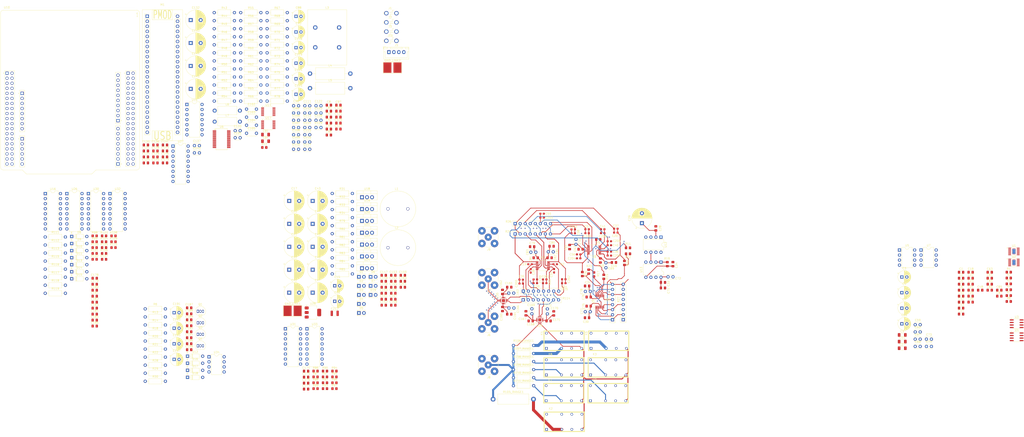
<source format=kicad_pcb>
(kicad_pcb (version 20240108) (generator "pcbnew") (generator_version "8.0")
  (layers (0 "F.Cu" signal) (1 "In1.Cu" power "GND") (2 "In2.Cu" power "POWER") (31 "B.Cu" signal) (34 "B.Paste" user) (35 "F.Paste" user) (36 "B.SilkS" user "B.Silkscreen") (37 "F.SilkS" user "F.Silkscreen") (38 "B.Mask" user) (39 "F.Mask" user) (44 "Edge.Cuts" user))
  (net 0 "")
  (net 1 "Net-(U1-AIN-)")
  (net 2 "Net-(U1-AIN+)")
  (net 3 "Net-(U2-AIN+)")
  (net 4 "Net-(U2-AIN-)")
  (net 5 "/ADC/+5V")
  (net 6 "/ADC/+2V5")
  (net 7 "Net-(U6-REFOUT)")
  (net 8 "/ADC/5VREF")
  (net 9 "/ADC/+6V")
  (net 10 "Net-(U18-VI)")
  (net 11 "Net-(U19-VI)")
  (net 12 "Net-(C17-Pad2)")
  (net 13 "Net-(U11A-+)")
  (net 14 "Net-(C20-Pad2)")
  (net 15 "Net-(U5A-+)")
  (net 16 "/ADC Range/+12V")
  (net 17 "/ADC/-5V")
  (net 18 "Net-(U13B-+)")
  (net 19 "Net-(C200-Pad1)")
  (net 20 "Net-(U11A--)")
  (net 21 "Net-(U8A-+)")
  (net 22 "Net-(U8A--)")
  (net 23 "Net-(C207-Pad1)")
  (net 24 "Net-(U11B-+)")
  (net 25 "Net-(U11B--)")
  (net 26 "Net-(C199-Pad1)")
  (net 27 "Net-(U8B-+)")
  (net 28 "Net-(U8B--)")
  (net 29 "Net-(C208-Pad1)")
  (net 30 "Net-(U11C-+)")
  (net 31 "Net-(U11D-+)")
  (net 32 "Net-(C201-Pad1)")
  (net 33 "Net-(U11C--)")
  (net 34 "Net-(U11D--)")
  (net 35 "Net-(C202-Pad1)")
  (net 36 "Net-(U8C-+)")
  (net 37 "Net-(U8D-+)")
  (net 38 "Net-(C209-Pad1)")
  (net 39 "Net-(U8C--)")
  (net 40 "Net-(U8D--)")
  (net 41 "Net-(C210-Pad1)")
  (net 42 "/ADC/-1V")
  (net 43 "Net-(U6-COMP1)")
  (net 44 "Net-(U6-COMP2)")
  (net 45 "Net-(C96-Pad2)")
  (net 46 "Net-(C104-Pad1)")
  (net 47 "Net-(C97-Pad2)")
  (net 48 "Net-(C105-Pad2)")
  (net 49 "Net-(U17A-+)")
  (net 50 "Net-(U17B-+)")
  (net 51 "Net-(C100-Pad2)")
  (net 52 "Net-(C100-Pad1)")
  (net 53 "Net-(C101-Pad1)")
  (net 54 "Net-(C101-Pad2)")
  (net 55 "Net-(C102-Pad1)")
  (net 56 "Net-(C103-Pad2)")
  (net 57 "Net-(U17C-+)")
  (net 58 "Net-(U17D-+)")
  (net 59 "Net-(C108-Pad1)")
  (net 60 "Net-(C108-Pad2)")
  (net 61 "Net-(C109-Pad2)")
  (net 62 "Net-(C109-Pad1)")
  (net 63 "Net-(U14A-+)")
  (net 64 "Net-(U14B-+)")
  (net 65 "Net-(C112-Pad2)")
  (net 66 "Net-(C112-Pad1)")
  (net 67 "Net-(C113-Pad2)")
  (net 68 "Net-(C113-Pad1)")
  (net 69 "Net-(U14C-+)")
  (net 70 "Net-(U14D-+)")
  (net 71 "/DAC/DAC_P")
  (net 72 "Net-(C116-Pad1)")
  (net 73 "Net-(C117-Pad1)")
  (net 74 "/DAC/DAC_N")
  (net 75 "/Digital/+3V3")
  (net 76 "/+5V_MW")
  (net 77 "/ADC Range/-12V")
  (net 78 "Net-(U28-VI)")
  (net 79 "Net-(D1-A)")
  (net 80 "Net-(D2-A)")
  (net 81 "Net-(D3-A)")
  (net 82 "Net-(D4-A)")
  (net 83 "Net-(D5-K)")
  (net 84 "Net-(D6-K)")
  (net 85 "Net-(D7-K)")
  (net 86 "Net-(D8-A)")
  (net 87 "Net-(D9-A)")
  (net 88 "Net-(D10-A)")
  (net 89 "Net-(D11-A)")
  (net 90 "Net-(D12-A)")
  (net 91 "Net-(D12-K)")
  (net 92 "Net-(D13-A)")
  (net 93 "Net-(D14-A)")
  (net 94 "Net-(D15-A)")
  (net 95 "Net-(D16-K)")
  (net 96 "Net-(D17-A)")
  (net 97 "Net-(D17-K)")
  (net 98 "Net-(D18-K)")
  (net 99 "Net-(D19-A)")
  (net 100 "/GND_MW")
  (net 101 "/-15V_MW")
  (net 102 "/RX")
  (net 103 "/TX")
  (net 104 "/ADC Range/DUT_H_POT")
  (net 105 "/ADC Range/DUT_L_POT")
  (net 106 "/ADC Range/DUT_I_SENSE_-")
  (net 107 "/DAC Power Amp/DUT_L_CUR")
  (net 108 "/+15V_MW")
  (net 109 "/ADC Range/DUT_I_SENSE_+")
  (net 114 "Net-(K1-Pad4)")
  (net 115 "Net-(K2-Pad4)")
  (net 123 "Net-(K3-Pad4)")
  (net 125 "Net-(K4-Pad4)")
  (net 131 "Net-(K5-Pad4)")
  (net 136 "Net-(K6-Pad4)")
  (net 141 "Net-(K7-Pad4)")
  (net 145 "Net-(L3-3)")
  (net 146 "Net-(L3-4)")
  (net 147 "/DAC/VOUT+")
  (net 148 "/DAC/VOUT-")
  (net 150 "/Digital/DB6")
  (net 152 "/DAC/DB9")
  (net 154 "/DAC/DB5")
  (net 155 "/DAC/DB11")
  (net 156 "/DAC/CLK")
  (net 157 "/Digital/DB4")
  (net 158 "/Digital/DB9")
  (net 159 "/Digital/DB11")
  (net 160 "/Digital/DB12")
  (net 161 "/DAC/DB3")
  (net 162 "/Digital/DB0")
  (net 163 "Net-(M1-PIO47)")
  (net 164 "/Digital/DB14")
  (net 165 "/DAC/DB12")
  (net 166 "/DAC/DB13")
  (net 167 "/DAC/DB6")
  (net 168 "/DAC/DB4")
  (net 169 "Net-(M1-PIO46)")
  (net 170 "Net-(M1-PIO48)")
  (net 171 "/DAC/DB10")
  (net 172 "/ADC/ADC1SCK")
  (net 173 "/ADC/ADC2MISO")
  (net 175 "/Digital/DB8")
  (net 176 "/Digital/DB1")
  (net 177 "/DAC/DB1")
  (net 178 "/ADC/ADCCNV")
  (net 179 "/Digital/DB15")
  (net 180 "/DAC/DB14")
  (net 181 "/Digital/DB7")
  (net 182 "/ADC/ADC2SCK")
  (net 183 "/Digital/DB3")
  (net 184 "/DAC/DB8")
  (net 185 "/Digital/DB10")
  (net 186 "/DAC/DB2")
  (net 187 "/ADC/ADC1MISO")
  (net 189 "/Digital/DB2")
  (net 190 "/DAC/DB7")
  (net 191 "/DAC/DB15")
  (net 192 "/Digital/DB13")
  (net 193 "/Digital/DB5")
  (net 194 "Net-(Q1-E)")
  (net 195 "Net-(Q2-E)")
  (net 196 "Net-(Q3-E)")
  (net 197 "Net-(Q4-E)")
  (net 198 "Net-(U3A--)")
  (net 199 "Net-(U3B--)")
  (net 200 "Net-(U4A--)")
  (net 201 "Net-(U4B--)")
  (net 202 "Net-(U4A-+)")
  (net 203 "Net-(U3B-+)")
  (net 204 "Net-(U9B--)")
  (net 205 "Net-(U9D--)")
  (net 206 "Net-(U3A-+)")
  (net 207 "Net-(U4B-+)")
  (net 208 "Net-(U9A--)")
  (net 209 "Net-(U9C--)")
  (net 210 "Net-(U9B-+)")
  (net 211 "Net-(U9A-+)")
  (net 212 "Net-(U5A--)")
  (net 213 "Net-(U9C-+)")
  (net 214 "Net-(U9D-+)")
  (net 215 "Net-(U7A--)")
  (net 216 "Net-(U13A--)")
  (net 217 "Net-(U34A--)")
  (net 218 "Net-(U34B--)")
  (net 219 "Net-(U6-IREFIN)")
  (net 220 "Net-(U17A--)")
  (net 221 "Net-(U17B--)")
  (net 222 "Net-(U17C--)")
  (net 223 "Net-(U17D--)")
  (net 224 "Net-(U14A--)")
  (net 225 "Net-(U14B--)")
  (net 226 "Net-(U14C--)")
  (net 227 "Net-(U14D--)")
  (net 228 "Net-(R86-Pad1)")
  (net 229 "/ADC Range/V_PGA_A2")
  (net 230 "Net-(R87-Pad1)")
  (net 231 "/ADC Range/V_PGA_A1")
  (net 232 "/ADC Range/V_PGA_A0")
  (net 233 "Net-(R88-Pad1)")
  (net 234 "Net-(U35-A2)")
  (net 235 "Net-(U35-A1)")
  (net 236 "Net-(U35-A0)")
  (net 237 "Net-(U25-A0)")
  (net 238 "Net-(U25-A1)")
  (net 239 "Net-(U25-A2)")
  (net 240 "/ADC Range/I_PGA_A2")
  (net 241 "Net-(R95-Pad1)")
  (net 242 "Net-(R96-Pad1)")
  (net 243 "/ADC Range/I_PGA_A1")
  (net 244 "/ADC Range/I_PGA_A0")
  (net 245 "Net-(R97-Pad1)")
  (net 246 "Net-(R98-Pad1)")
  (net 247 "/RB0")
  (net 248 "Net-(R99-Pad1)")
  (net 249 "/RB1")
  (net 250 "Net-(R100-Pad1)")
  (net 251 "/RB2")
  (net 252 "/RB3")
  (net 253 "Net-(R101-Pad1)")
  (net 254 "/RB4")
  (net 255 "Net-(R102-Pad1)")
  (net 256 "Net-(R103-Pad1)")
  (net 257 "/RB5")
  (net 258 "Net-(R104-Pad1)")
  (net 259 "/RB6")
  (net 260 "/DRA1")
  (net 261 "Net-(R105-Pad1)")
  (net 262 "Net-(U32A-A1)")
  (net 263 "Net-(R107-Pad1)")
  (net 264 "/DRA0")
  (net 265 "Net-(U32A-A0)")
  (net 266 "/DRE")
  (net 267 "Net-(R109-Pad1)")
  (net 268 "Net-(U32A-ENABLE)")
  (net 269 "Net-(U32A-S1A)")
  (net 270 "/DAC Power Amp/DAC_RANGED_+")
  (net 271 "Net-(U32A-S2A)")
  (net 272 "Net-(U32A-S3A)")
  (net 273 "/ADC Range/I_DUT_NEG")
  (net 274 "/ADC Range/V_DUT_NEG")
  (net 275 "/ADC Range/V_DUT_POS")
  (net 276 "/ADC Range/I_DUT_POS")
  (net 277 "Net-(U32A-S1B)")
  (net 278 "/DAC Power Amp/DAC_RANGED_-")
  (net 279 "Net-(U32A-S2B)")
  (net 280 "Net-(U32A-S3B)")
  (net 302 "/Digital/BUS_R{slash}~{W}")
  (net 303 "/Digital/BUS_CLK")
  (net 317 "/Digital/BUS_IX")
  (net 324 "/Digital/SER_DATA")
  (net 328 "/Digital/SER_LATCH")
  (net 359 "/Digital/SER_CLK")
  (net 364 "Net-(U12-VOUT)")
  (net 367 "Net-(U15-Pad11)")
  (net 368 "Net-(U15-Pad2)")
  (net 369 "Net-(U15-Pad5)")
  (net 381 "GNDD")
  (footprint "Package_TO_SOT_THT:TO-220-3_Vertical" (layer "F.Cu") (at -38.75 70.61)
    (property "Reference" "U21")
    (property "Value" "LT1086-3.3")
  )
  (footprint "Diode_THT:D_DO-35_SOD27_P7.62mm_Horizontal" (layer "F.Cu") (at -184.91 76.03)
    (property "Reference" "D9")
    (property "Value" "1N4148")
  )
  (footprint "Diode_THT:D_DO-35_SOD27_P7.62mm_Horizontal" (layer "F.Cu") (at -184.91 86.68)
    (property "Reference" "D13")
    (property "Value" "1N4148")
  )
  (footprint "Package_DFN_QFN:VQFN-16-1EP_3x3mm_P0.5mm_EP1.45x1.45mm" (layer "F.Cu") (at 32.5 104.75)
    (property "Reference" "U35")
    (property "Value" "PGA855")
  )
  (footprint "Resistor_THT:R_Axial_DIN0207_L6.3mm_D2.5mm_P10.16mm_Horizontal" (layer "F.Cu") (at -147.87 121.08)
    (property "Reference" "R18")
    (property "Value" "330R")
  )
  (footprint "Capacitor_SMD:C_0805_2012Metric_Pad1.18x1.45mm_HandSolder" (layer "F.Cu") (at 267.705354 93.49)
    (property "Reference" "C22")
    (property "Value" "100nF")
  )
  (footprint "Capacitor_SMD:C_0805_2012Metric_Pad1.18x1.45mm_HandSolder" (layer "F.Cu") (at -66.89 143.29)
    (property "Reference" "C175")
    (property "Value" "100nF")
  )
  (footprint "Capacitor_SMD:C_0805_2012Metric_Pad1.18x1.45mm_HandSolder" (layer "F.Cu") (at -50.6 18.39)
    (property "Reference" "C127")
    (property "Value" "100n")
  )
  (footprint "Capacitor_THT:C_Disc_D4.7mm_W2.5mm_P5.00mm" (layer "F.Cu") (at -96.87 8.37)
    (property "Reference" "C102")
    (property "Value" "3n3")
  )
  (footprint "Resistor_THT:R_Axial_DIN0207_L6.3mm_D2.5mm_P10.16mm_Horizontal" (layer "F.Cu") (at -99.81 0.27)
    (property "Reference" "R65")
    (property "Value" "2k21")
  )
  (footprint "Capacitor_SMD:C_0805_2012Metric_Pad1.18x1.45mm_HandSolder" (layer "F.Cu") (at 46.925 77.6 180)
    (property "Reference" "C79")
    (property "Value" "1uF")
  )
  (footprint "Capacitor_THT:CP_Radial_D6.3mm_P2.50mm" (layer "F.Cu") (at 233.070595 108.6)
    (property "Reference" "C7")
    (property "Value" "100uF")
  )
  (footprint "Resistor_THT:R_Axial_DIN0207_L6.3mm_D2.5mm_P10.16mm_Horizontal" (layer "F.Cu") (at -53.72 50.83)
    (property "Reference" "R31")
    (property "Value" "150R")
  )
  (footprint "Capacitor_SMD:C_1206_3216Metric_Pad1.33x1.80mm_HandSolder" (layer "F.Cu") (at 233.265354 122.05)
    (property "Reference" "C9")
    (property "Value" "10uF")
  )
  (footprint "Resistor_THT:R_Axial_DIN0207_L6.3mm_D2.5mm_P10.16mm_Horizontal" (layer "F.Cu") (at -86.5 0.27)
    (property "Reference" "R77")
    (property "Value" "1k24")
  )
  (footprint "Capacitor_THT:C_Disc_D3.4mm_W2.1mm_P2.50mm" (layer "F.Cu") (at -73.19 28.57)
    (property "Reference" "C110")
    (property "Value" "8p2")
  )
  (footprint "Capacitor_SMD:C_0805_2012Metric_Pad1.18x1.45mm_HandSolder" (layer "F.Cu") (at -137.92 35.44)
    (property "Reference" "C173")
    (property "Value" "100nF")
  )
  (footprint "Resistor_THT:R_Axial_DIN0207_L6.3mm_D2.5mm_P10.16mm_Horizontal" (layer "F.Cu") (at -53.72 54.88)
    (property "Reference" "R32")
    (property "Value" "1R1")
  )
  (footprint "Capacitor_SMD:C_0805_2012Metric_Pad1.18x1.45mm_HandSolder" (layer "F.Cu") (at 71.3375 78.9)
    (property "Reference" "C62")
    (property "Value" "100n")
  )
  (footprint "Capacitor_THT:CP_Radial_D10.0mm_P5.00mm" (layer "F.Cu") (at -63.560708 54.58)
    (property "Reference" "C43")
    (property "Value" "510uF")
  )
  (footprint "Package_TO_SOT_SMD:SOT-223-3_TabPin2" (layer "F.Cu") (at -63.44 110.755)
    (property "Reference" "U28")
    (property "Value" "LD1117S25TR_SOT223")
  )
  (footprint "Resistor_THT:R_Axial_DIN0207_L6.3mm_D2.5mm_P10.16mm_Horizontal" (layer "F.Cu") (at -113.12 -40.23)
    (property "Reference" "R43")
    (property "Value" "20k")
  )
  (footprint "JRIX Resistor SMD:Resistor SMD - 2818" (layer "F.Cu") (at -25.69 -12.54)
    (property "Reference" "GND_LINK2")
    (property "Value" "0R")
  )
  (footprint "Resistor_THT:R_Array_SIP8" (layer "F.Cu") (at 92.8 114.36 90)
    (property "Reference" "R27")
    (property "Value" "1k")
  )
  (footprint "Resistor_THT:R_Array_SIP8" (layer "F.Cu") (at 42.52 100)
    (property "Reference" "R25")
    (property "Value" "1k")
  )
  (footprint "Resistor_THT:R_Axial_DIN0207_L6.3mm_D2.5mm_P10.16mm_Horizontal" (layer "F.Cu") (at -53.72 67.03)
    (property "Reference" "R79")
    (property "Value" "1k")
  )
  (footprint "Package_SO:TSSOP-14_4.4x5mm_P0.65mm" (layer "F.Cu") (at 78.1375 79.3 180)
    (property "Reference" "U8")
    (property "Value" "OPA4830")
  )
  (footprint "Capacitor_SMD:C_0603_1608Metric_Pad1.08x0.95mm_HandSolder" (layer "F.Cu") (at 67.6 70.9 180)
    (property "Reference" "C58")
    (property "Value" "56p")
  )
  (footprint "Capacitor_SMD:C_0805_2012Metric_Pad1.18x1.45mm_HandSolder" (layer "F.Cu") (at -142.73 32.43)
    (property "Reference" "C139")
    (property "Value" "1uF")
  )
  (footprint "Capacitor_SMD:C_0805_2012Metric_Pad1.18x1.45mm_HandSolder" (layer "F.Cu") (at 35.4 98)
    (property "Reference" "C161")
    (property "Value" "1uF")
  )
  (footprint "Capacitor_THT:CP_Radial_D10.0mm_P5.00mm" (layer "F.Cu") (at -63.560708 77.68)
    (property "Reference" "C45")
    (property "Value" "510uF")
  )
  (footprint "Resistor_THT:R_Axial_DIN0207_L6.3mm_D2.5mm_P10.16mm_Horizontal" (layer "F.Cu") (at -147.87 137.28)
    (property "Reference" "R28")
    (property "Value" "10R")
  )
  (footprint "Resistor_SMD:R_0805_2012Metric_Pad1.20x1.40mm_HandSolder" (layer "F.Cu") (at -163.84 75.13)
    (property "Reference" "R109")
    (property "Value" "1k")
  )
  (footprint "Capacitor_THT:C_Disc_D3.4mm_W2.1mm_P2.50mm" (layer "F.Cu") (at -61.89 10.32)
    (property "Reference" "C123")
    (property "Value" "100pF")
  )
  (footprint "Capacitor_SMD:C_0805_2012Metric_Pad1.18x1.45mm_HandSolder" (layer "F.Cu") (at 57.8 111.2 90)
    (property "Reference" "C170")
    (property "Value" "1uF")
  )
  (footprint "Resistor_SMD:R_0805_2012Metric_Pad1.20x1.40mm_HandSolder" (layer "F.Cu") (at 80.2 74 180)
    (property "Reference" "R9")
    (property "Value" "10k")
  )
  (footprint "Capacitor_SMD:C_0805_2012Metric_Pad1.18x1.45mm_HandSolder" (layer "F.Cu") (at -147.54 29.42)
    (property "Reference" "C131")
    (property "Value" "100nF")
  )
  (footprint "Capacitor_SMD:C_0805_2012Metric_Pad1.18x1.45mm_HandSolder" (layer "F.Cu") (at 112.8 95.6)
    (property "Reference" "C33")
    (property "Value" "100nF")
  )
  (footprint "Capacitor_SMD:C_0805_2012Metric_Pad1.18x1.45mm_HandSolder" (layer "F.Cu") (at -173.31 96.52)
    (property "Reference" "C179")
    (property "Value" "1uF")
  )
  (footprint "Package_TO_SOT_THT:TO-92_Inline" (layer "F.Cu") (at -121.36 127.53)
    (property "Reference" "Q4")
    (property "Value" "BC557")
  )
  (footprint "Capacitor_THT:C_Disc_D3.4mm_W2.1mm_P2.50mm" (layer "F.Cu") (at 245.465354 127.85)
    (property "Reference" "C74")
    (property "Value" "100pF")
  )
  (footprint "Resistor_THT:R_Axial_DIN0207_L6.3mm_D2.5mm_P10.16mm_Horizontal" (layer "F.Cu") (at -113.12 -15.93)
    (property "Reference" "R49")
    (property "Value" "2k49")
  )
  (footprint "Resistor_THT:R_Axial_DIN0207_L6.3mm_D2.5mm_P10.16mm_Horizontal" (layer "F.Cu") (at -99.81 -15.93)
    (property "Reference" "R61")
    (property "Value" "1k24")
  )
  (footprint "Capacitor_SMD:C_0805_2012Metric_Pad1.18x1.45mm_HandSolder" (layer "F.Cu") (at -66.89 146.3)
    (property "Reference" "C176")
    (property "Value" "1uF")
  )
  (footprint "Resistor_THT:R_Axial_DIN0207_L6.3mm_D2.5mm_P10.16mm_Horizontal" (layer "F.Cu") (at -113.12 -7.83)
    (property "Reference" "R51")
    (property "Value" "1k24")
  )
  (footprint "Resistor_SMD:R_0805_2012Metric_Pad1.20x1.40mm_HandSolder" (layer "F.Cu") (at 286.915354 99.3)
    (property "Reference" "R4")
    (property "Value" "24R9")
  )
  (footprint "Inductor_THT:L_CommonMode_Wuerth_WE-CMB-L" (layer "F.Cu") (at -62.26 -32.73)
    (property "Reference" "L3")
    (property "Value" "Common Mode Choke")
  )
  (footprint "Resistor_SMD:R_0805_2012Metric_Pad1.20x1.40mm_HandSolder" (layer "F.Cu") (at -87.92 27.67)
    (property "Reference" "R42")
    (property "Value" "2k")
  )
  (footprint "Capacitor_SMD:C_0805_2012Metric_Pad1.18x1.45mm_HandSolder" (layer "F.Cu") (at -137.92 32.43)
    (property "Reference" "C146")
    (property "Value" "100nF")
  )
  (footprint "Resistor_THT:R_Axial_DIN0207_L6.3mm_D2.5mm_P10.16mm_Horizontal" (layer "F.Cu") (at -113.12 -24.03)
    (property "Reference" "R47")
    (property "Value" "23k2")
  )
  (footprint "Diode_THT:D_DO-35_SOD27_P7.62mm_Horizontal" (layer "F.Cu") (at -126.58 139.86)
    (property "Reference" "D17")
    (property "Value" "1N4148")
  )
  (footprint "Capacitor_SMD:C_0603_1608Metric_Pad1.08x0.95mm_HandSolder" (layer "F.Cu") (at 51.9375 61)
    (property "Reference" "C55")
    (property "Value" "68p")
  )
  (footprint "Package_SO:TSSOP-14_4.4x5mm_P0.65mm" (layer "F.Cu") (at 81 105.2225 90)
    (property "Reference" "U9")
    (property "Value" "OPA4830")
  )
  (footprint "Capacitor_THT:C_Disc_D3.4mm_W2.1mm_P2.50mm" (layer "F.Cu") (at -73.19 21.27)
    (property "Reference" "C108")
    (property "Value" "15p")
  )
  (footprint "Inductor_THT:L_Axial_L14.5mm_D5.8mm_P20.32mm_Horizontal_Fastron_HBCC" (layer "F.Cu") (at -64.91 -2.18)
    (property "Reference" "L5")
    (property "Value" "8u2")
  )
  (footprint "Capacitor_SMD:C_0805_2012Metric_Pad1.18x1.45mm_HandSolder" (layer "F.Cu") (at -27.78 104.07)
    (property "Reference" "C151")
    (property "Value" "100nF")
  )
  (footprint "Package_SO:MSOP-16-1EP_3x4mm_P0.5mm_EP1.65x2.85mm_ThermalVias" (layer "F.Cu") (at 289.510354 85.55)
    (property "Reference" "U2")
    (property "Value" "LTC2311")
  )
  (footprint "Package_SO:SOIC-8_3.9x4.9mm_P1.27mm" (layer "F.Cu") (at 290.865354 122.99)
    (property "Reference" "U4")
    (property "Value" "LT1819")
  )
  (footprint "Capacitor_SMD:C_0603_1608Metric_Pad1.08x0.95mm_HandSolder" (layer "F.Cu") (at 58.525 86.445 180)
    (property "Reference" "C52")
    (property "Value" "30p")
  )
  (footprint "Capacitor_SMD:C_0805_2012Metric_Pad1.18x1.45mm_HandSolder" (layer "F.Cu") (at 32 109 -90)
    (property "Reference" "C165")
    (property "Value" "100nF")
  )
  (footprint "Capacitor_SMD:C_0805_2012Metric_Pad1.18x1.45mm_HandSolder" (layer "F.Cu") (at -173.31 114.58)
    (property "Reference" "C185")
    (property "Value" "1uF")
  )
  (footprint "Capacitor_SMD:C_0805_2012Metric_Pad1.18x1.45mm_HandSolder" (layer "F.Cu") (at 35.4 111.6)
    (property "Reference" "C164")
    (property "Value" "1uF")
  )
  (footprint "Resistor_SMD:R_0805_2012Metric_Pad1.20x1.40mm_HandSolder" (layer "F.Cu") (at 72.2 91.4 -90)
    (property "Reference" "R16")
    (property "Value" "10k")
  )
  (footprint "Package_DIP:DIP-8_W7.62mm" (layer "F.Cu") (at 242.735354 79.3)
    (property "Reference" "U7")
    (property "Value" "OPA350")
  )
  (footprint "Resistor_SMD:R_0805_2012Metric_Pad1.20x1.40mm_HandSolder" (layer "F.Cu") (at -173.34 78.08)
    (property "Reference" "R100")
    (property "Value" "150")
  )
  (footprint "Capacitor_THT:C_Disc_D4.7mm_W2.5mm_P5.00mm" (layer "F.Cu") (at -96.87 16.47)
    (property "Reference" "C104")
    (property "Value" "820p")
  )
  (footprint "Package_DIP:DIP-8_W7.62mm" (layer "F.Cu") (at 231.885354 79.3)
    (property "Reference" "U5")
    (property "Value" "OPA350")
  )
  (footprint "Capacitor_SMD:C_0603_1608Metric_Pad1.08x0.95mm_HandSolder" (layer "F.Cu") (at 48.5375 96)
    (property "Reference" "C39")
    (property "Value" "200p")
  )
  (footprint "Capacitor_SMD:C_0805_2012Metric_Pad1.18x1.45mm_HandSolder" (layer "F.Cu") (at 272.515354 99.51)
    (property "Reference" "C48")
    (property "Value" "1uF")
  )
  (footprint "Resistor_THT:R_Axial_DIN0207_L6.3mm_D2.5mm_P10.16mm_Horizontal" (layer "F.Cu") (at -113.12 -11.88)
    (property "Reference" "R50")
    (property "Value" "2k49")
  )
  (footprint "Resistor_SMD:R_0805_2012Metric_Pad1.20x1.40mm_HandSolder" (layer "F.Cu") (at 78 91.6 90)
    (property "Reference" "R17")
    (property "Value" "10k")
  )
  (footprint "Connector_Coaxial:BNC_TEConnectivity_1478204_Vertical" (layer "F.Cu") (at 24.825 115.825 180)
    (property "Reference" "J6")
    (property "Value" "DUT_H_POT")
  )
  (footprint "Capacitor_SMD:C_0603_1608Metric_Pad1.08x0.95mm_HandSolder" (layer "F.Cu") (at 51.9375 63)
    (property "Reference" "C203")
    (property "Value" "5p6")
  )
  (footprint "LED_THT:LED_D2.0mm_W4.0mm_H2.8mm_FlatTop" (layer "F.Cu") (at -40.31 101.9)
    (property "Reference" "D3")
    (property "Value" "LED_RED")
  )
  (footprint "JRIX Relay Footprints:RELAY_RY-12W-K" (layer "F.Cu") (at 63 124.98)
    (property "Reference" "K4")
    (property "Value" "RY-12W-K")
  )
  (footprint "LED_THT:LED_D2.0mm_W4.0mm_H2.8mm_FlatTop" (layer "F.Cu") (at -34.41 92.8)
    (property "Reference" "D6")
    (property "Value" "LED_RED")
  )
  (footprint "Capacitor_SMD:C_0805_2012Metric_Pad1.18x1.45mm_HandSolder" (layer "F.Cu") (at -55.41 21.4)
    (property "Reference" "C96")
    (property "Value" "1u")
  )
  (footprint "Capacitor_THT:C_Disc_D3.4mm_W2.1mm_P2.50mm" (layer "F.Cu") (at 239.815354 127.85)
    (property "Reference" "C68")
    (property "Value" "100pF")
  )
  (footprint "Resistor_THT:R_Axial_DIN0207_L6.3mm_D2.5mm_P10.16mm_Horizontal" (layer "F.Cu") (at -99.81 -32.13)
    (property "Reference" "R57")
    (property "Value" "2k49")
  )
  (footprint "Capacitor_SMD:C_0805_2012Metric_Pad1.18x1.45mm_HandSolder" (layer "F.Cu") (at 81.2775 84.56 -90)
    (property "Reference" "C50")
    (property "Value" "1uF")
  )
  (footprint "Capacitor_THT:C_Disc_D3.4mm_W2.1mm_P2.50mm" (layer "F.Cu") (at 54.6 111.45 90)
    (property "Reference" "C172")
    (property "Value" "100pF")
  )
  (footprint "Diode_THT:D_DO-35_SOD27_P7.62mm_Horizontal" (layer "F.Cu") (at -184.91 93.78)
    (property "Reference" "D15")
    (property "Value" "1N4148")
  )
  (footprint "Resistor_THT:R_Axial_DIN0207_L6.3mm_D2.5mm_P10.16mm_Horizontal" (layer "F.Cu") (at -99.81 -28.08)
    (property "Reference" "R58")
    (property "Value" "2k49")
  )
  (footprint "Package_SO:TSSOP-14_4.4x5mm_P0.65mm" (layer "F.Cu") (at 52.325 87.146458)
    (property "Reference" "U11")
    (property "Value" "OPA4830")
  )
  (footprint "Capacitor_THT:CP_Radial_D10.0mm_P5.00mm" (layer "F.Cu") (at -124.965354 -36.48)
    (property "Reference" "C132")
    (property "Value" "470uF")
  )
  (footprint "JRIX Relay Footprints:RELAY_RY-12W-K" (layer "F.Cu") (at 85.47 124.99)
    (property "Reference" "K5")
    (property "Value" "RY-12W-K")
  )
  (footprint "Capacitor_SMD:C_0805_2012Metric_Pad1.18x1.45mm_HandSolder" (layer "F.Cu") (at -173.31 111.57)
    (property "Reference" "C184")
    (property "Value" "1uF")
  )
  (footprint "Package_TO_SOT_THT:TO-92_Inline" (layer "F.Cu") (at -121.36 110.16)
    (property "Reference" "Q1")
    (property "Value" "BC547")
  )
  (footprint "Resistor_THT:R_Axial_DIN0207_L6.3mm_D2.5mm_P10.16mm_Horizontal" (layer "F.Cu") (at -198.22 88.93)
    (property "Reference" "R116")
    (property "Value" "8k66")
  )
  (footprint "Capacitor_THT:CP_Radial_D6.3mm_P2.50mm" (layer "F.Cu") (at -71.954759 -6.93)
    (property "Reference" "C124")
    (property "Value" "100u")
  )
  (footprint "Resistor_SMD:R_0805_2012Metric_Pad1.20x1.40mm_HandSolder" (layer "F.Cu") (at -52.61 143.2)
    (property "Reference" "R95")
    (property "Value" "1k")
  )
  (footprint "Capacitor_THT:CP_Radial_D10.0mm_P5.00mm" (layer "F.Cu") (at -75.375354 66.13)
    (property "Reference" "C20")
    (property "Value" "510uF")
  )
  (footprint "Resistor_THT:R_Axial_DIN0207_L6.3mm_D2.5mm_P10.16mm_Horizontal" (layer "F.Cu") (at -113.12 0.27)
    (property "Reference" "R53")
    (property "Value" "13k7")
  )
  (footprint "Capacitor_SMD:C_0603_1608Metric_Pad1.08x0.95mm_HandSolder" (layer "F.Cu") (at 82.46 70.82)
    (property "Reference" "C208")
    (property "Value" "30p")
  )
  (footprint "Capacitor_SMD:C_0603_1608Metric_Pad1.08x0.95mm_HandSolder" (layer "F.Cu") (at 53.2625 96)
    (property "Reference" "C53")
    (property "Value" "200p")
  )
  (footprint "Resistor_SMD:R_0805_2012Metric_Pad1.20x1.40mm_HandSolder" (layer "F.Cu") (at 286.915354 93.4)
    (property "Reference" "R2")
    (property "Value" "24R9")
  )
  (footprint "Capacitor_SMD:C_1206_3216Metric_Pad1.33x1.80mm_HandSolder" (layer "F.Cu") (at 233.265354 128.75)
    (property "Reference" "C27")
    (property "Value" "4u7")
  )
  (footprint "Package_DIP:DIP-14_W7.62mm" (layer "F.Cu") (at -126.88 6.02)
    (property "Reference" "U15")
    (property "Value" "74HC14")
  )
  (footprint "Capacitor_THT:C_Disc_D3.4mm_W2.1mm_P2.50mm" (layer "F.Cu") (at 239.815354 116.9)
    (property "Reference" "C59")
    (property "Value" "100pF")
  )
  (footprint "Resistor_THT:R_Axial_DIN0207_L6.3mm_D2.5mm_P10.16mm_Horizontal" (layer "F.Cu") (at 37.52 127.35)
    (property "Reference" "R106_RANGE1")
    (property "Value" "10R")
  )
  (footprint "Resistor_THT:R_Axial_DIN0207_L6.3mm_D2.5mm_P10.16mm_Horizontal" (layer "F.Cu") (at -86.5 -7.83)
    (property "Reference" "R75")
    (property "Value" "2k49")
  )
  (footprint "Resistor_SMD:R_0805_2012Metric_Pad1.20x1.40mm_HandSolder" (layer "F.Cu") (at -57.36 149.1)
    (property "Reference" "R93")
    (property "Value" "10k")
  )
  (footprint "Capacitor_SMD:C_0805_2012Metric_Pad1.18x1.45mm_HandSolder" (layer "F.Cu") (at -27.78 107.08)
    (property "Reference" "C152")
    (property "Value" "1uF")
  )
  (footprint "Capacitor_THT:C_Disc_D3.0mm_W2.0mm_P2.50mm" (layer "F.Cu") (at -102.57 22.77)
    (property "Reference" "C101")
    (property "Value" "10p")
  )
  (footprint "Connector_Coaxial:BNC_TEConnectivity_1478204_Vertical" (layer "F.Cu") (at 24.825 93.825 180)
    (property "Reference" "J7")
    (property "Value" "DUT_L_POT")
  )
  (footprint "Capacitor_SMD:C_0805_2012Metric_Pad1.18x1.45mm_HandSolder" (layer "F.Cu") (at -55.41 18.39)
    (property "Reference" "C95")
    (property "Value" "100nF")
  )
  (footprint "Capacitor_THT:C_Disc_D3.4mm_W2.1mm_P2.50mm" (layer "F.Cu") (at -67.54 10.32)
    (property "Reference" "C112")
    (property "Value" "18p")
  )
  (footprint "Resistor_SMD:R_0805_2012Metric_Pad1.20x1.40mm_HandSolder" (layer "F.Cu") (at -62.11 140.25)
    (property "Reference" "R86")
    (property "Value" "1k")
  )
  (footprint "Resistor_SMD:R_0805_2012Metric_Pad1.20x1.40mm_HandSolder" (layer "F.Cu") (at -168.59 78.08)
    (property "Reference" "R105")
    (property "Value" "1k")
  )
  (footprint "Capacitor_THT:C_Disc_D3.4mm_W2.1mm_P2.50mm" (layer "F.Cu") (at -67.54 24.92)
    (property "Reference" "C116")
    (property "Value" "22p")
  )
  (footprint "Capacitor_THT:C_Disc_D3.4mm_W2.1mm_P2.50mm" (layer "F.Cu") (at 35.15 101)
    (property "Reference" "C163")
    (property "Value" "100pF")
  )
  (footprint "Capacitor_THT:C_Disc_D3.4mm_W2.1mm_P2.50mm" (layer "F.Cu") (at -123.09 26.73)
    (property "Reference" "C137")
    (property "Value" "100pF")
  )
  (footprint "Capacitor_SMD:C_0805_2012Metric_Pad1.18x1.45mm_HandSolder" (layer "F.Cu") (at -18.16 98.05)
    (property "Reference" "C211")
    (property "Value" "100nF")
  )
  (footprint "Capacitor_SMD:C_0805_2012Metric_Pad1.18x1.45mm_HandSolder" (layer "F.Cu") (at 267.705354 99.51)
    (property "Reference" "C24")
    (property "Value" "100nF")
  )
  (footprint "Resistor_SMD:R_0805_2012Metric_Pad1.20x1.40mm_HandSolder" (layer "F.Cu") (at -52.61 149.1)
    (property "Reference" "R97")
    (property "Value" "1k")
  )
  (footprint "LED_THT:LED_D2.0mm_W4.0mm_H2.8mm_FlatTop" (layer "F.Cu") (at -34.41 101.9)
    (property "Reference" "D19")
    (property "Value" "LED_RED")
  )
  (footprint "Resistor_THT:R_Axial_DIN0207_L6.3mm_D2.5mm_P10.16mm_Horizontal" (layer "F.Cu") (at -53.72 75.13)
    (property "Reference" "R81")
    (property "Value" "390R")
  )
  (footprint "Diode_THT:D_DO-35_SOD27_P7.62mm_Horizontal" (layer "F.Cu") (at -184.91 79.58)
    (property "Reference" "D10")
    (property "Value" "1N4148")
  )
  (footprint "Capacitor_THT:CP_Radial_D10.0mm_P5.00mm" (layer "F.Cu") (at -124.965354 -13.38)
    (property "Reference" "C144")
    (property "Value" "470uF")
  )
  (footprint "Diode_THT:D_DO-35_SOD27_P7.62mm_Horizontal" (layer "F.Cu") (at -126.58 136.31)
    (property "Reference" "D16")
    (property "Value" "1N4148")
  )
  (footprint "Capacitor_SMD:C_0603_1608Metric_Pad1.08x0.95mm_HandSolder" (layer "F.Cu") (at 41.425 96.2 180)
    (property "Reference" "C200")
    (property "Value" "8p")
  )
  (footprint "Capacitor_THT:CP_Radial_D6.3mm_P2.50mm" (layer "F.Cu") (at -71.954759 -22.63)
    (property "Reference" "C118")
    (property "Value" "100u")
  )
  (footprint "JRIX FPGA Footprints:CMOD A7 Module" (layer "F.Cu") (at -146.845 -39.155)
    (property "Reference" "M1")
    (property "Value" "Artix_7_35T_CMOD_A7")
  )
  (footprint "LED_THT:LED_D2.0mm_W4.0mm_H2.8mm_FlatTop" (layer "F.Cu") (at -40.31 92.8)
    (property "Reference" "D1")
    (property "Value" "LED_RED")
  )
  (footprint "Resistor_THT:R_Axial_DIN0207_L6.3mm_D2.5mm_P10.16mm_Horizontal" (layer "F.Cu") (at -198.22 76.78)
    (property "Reference" "R112")
    (property "Value" "10k")
  )
  (footprint "Capacitor_SMD:C_0805_2012Metric_Pad1.18x1.45mm_HandSolder" (layer "F.Cu") (at 262.895354 102.52)
    (property "Reference" "C10")
    (property "Value" "1uF")
  )
  (footprint "Inductor_THT:L_Axial_L9.5mm_D4.0mm_P12.70mm_Horizontal_Fastron_SMCC" (layer "F.Cu") (at -112.92 9.12)
    (property "Reference" "L6")
    (property "Value" "5u6")
  )
  (footprint "Resistor_THT:R_Axial_DIN0207_L6.3mm_D2.5mm_P10.16mm_Horizontal" (layer "F.Cu") (at -99.81 -11.88)
    (property "Reference" "R62")
    (property "Value" "1k24")
  )
  (footprint "JRIX STM32 Development Boards Footprint:MODULE_NUCLEO-F446RE" (layer "F.Cu") (at -185.72 -0.23)
    (property "Reference" "U10")
    (property "Value" "NUCLEO-F446RE")
  )
  (footprint "Capacitor_THT:CP_Radial_D10.0mm_P5.00mm" (layer "F.Cu") (at 102.2 65.767677 90)
    (property "Reference" "C29")
    (property "Value" "470uF")
  )
  (footprint "Inductor_THT:L_Axial_L9.5mm_D4.0mm_P12.70mm_Horizontal_Fastron_SMCC" (layer "F.Cu") (at -112.92 14.67)
    (property "Reference" "L7")
    (property "Value" "5u6")
  )
  (footprint "Resistor_THT:R_Axial_DIN0207_L6.3mm_D2.5mm_P10.16mm_Horizontal" (layer "F.Cu") (at -198.22 72.73)
    (property "Reference" "R111")
    (property "Value" "10k")
  )
  (footprint "Resistor_SMD:R_0805_2012Metric_Pad1.20x1.40mm_HandSolder" (layer "F.Cu") (at -62.11 143.2)
    (property "Reference" "R87")
    (property "Value" "1k")
  )
  (footprint "Capacitor_THT:C_Disc_D3.4mm_W2.1mm_P2.50mm" (layer "F.Cu") (at 73.75 100.16)
    (property "Reference" "C78")
    (property "Value" "100pF")
  )
  (footprint "Capacitor_SMD:C_0805_2012Metric_Pad1.18x1.45mm_HandSolder" (layer "F.Cu") (at 88.115 85.56)
    (property "Reference" "C49")
    (property "Value" "100n")
  )
  (footprint "Resistor_SMD:R_0805_2012Metric_Pad1.20x1.40mm_HandSolder" (layer "F.Cu") (at 286.915354 102.25)
    (property "Reference" "R7")
    (property "Value" "10K")
  )
  (footprint "Capacitor_THT:C_Disc_D3.4mm_W2.1mm_P2.50mm" (layer "F.Cu") (at 239.815354 124.2)
    (property "Reference" "C67")
    (property "Value" "100pF")
  )
  (footprint "Capacitor_SMD:C_0805_2012Metric_Pad1.18x1.45mm_HandSolder" (layer "F.Cu") (at -50.6 15.38)
    (property "Reference" "C126")
    (property "Value" "100n")
  )
  (footprint "Resistor_THT:R_Axial_DIN0207_L6.3mm_D2.5mm_P10.16mm_Horizontal" (layer "F.Cu") (at -198.22 92.98)
    (property "Reference" "R117")
    (property "Value" "2k74")
  )
  (footprint "Resistor_SMD:R_0805_2012Metric_Pad1.20x1.40mm_HandSolder" (layer "F.Cu") (at -57.36 146.15)
    (property "Reference" "R92")
    (property "Value" "10k")
  )
  (footprint "Package_TO_SOT_THT:TO-220-3_Vertical" (layer "F.Cu") (at -38.75 52.73)
    (property "Reference" "U18")
    (property "Value" "LM7812_TO220")
  )
  (footprint "Resistor_THT:R_Axial_DIN0207_L6.3mm_D2.5mm_P10.16mm_Horizontal" (layer "F.Cu") (at -198.22 84.88)
    (property "Reference" "R115")
    (property "Value" "21k")
  )
  (footprint "Capacitor_SMD:C_0805_2012Metric_Pad1.18x1.45mm_HandSolder" (layer "F.Cu") (at -55.41 6.35)
    (property "Reference" "C8")
    (property "Value" "100nF")
  )
  (footprint "Resistor_SMD:R_0805_2012Metric_Pad1.20x1.40mm_HandSolder" (layer "F.Cu") (at -173.34 72.18)
    (property "Reference" "R98")
    (property "Value" "150")
  )
  (footprint "Capacitor_SMD:C_0805_2012Metric_Pad1.18x1.45mm_HandSolder" (layer "F.Cu") (at 55.2 115)
    (property "Reference" "C171")
    (property "Value" "100nF")
  )
  (footprint "Capacitor_THT:CP_Radial_D6.3mm_P2.50mm" (layer "F.Cu") (at -133.324759 126.53)
    (property "Reference" "C195")
    (property "Value" "100uF")
  )
  (footprint "JRIX Relay Footprints:RELAY_RY-12W-K" (layer "F.Cu") (at 62.87 151.39)
    (property "Reference" "K1")
    (property "Value" "RY-12W-K")
  )
  (footprint "Capacitor_SMD:C_0805_2012Metric_Pad1.18x1.45mm_HandSolder" (layer "F.Cu") (at -125.75 117.44)
    (property "Reference" "C190")
    (property "Value" "1uF")
  )
  (footprint "Capacitor_THT:C_Disc_D3.4mm_W2.1mm_P2.50mm" (layer "F.Cu") (at -61.89 17.62)
    (property "Reference" "C129")
    (property "Value" "100pF")
  )
  (footprint "Capacitor_SMD:C_0805_2012Metric_Pad1.18x1.45mm_HandSolder" (layer "F.Cu") (at -173.31 105.55)
    (property "Reference" "C182")
    (property "Value" "100nF")
  )
  (footprint "Package_SO:TSSOP-14_4.4x5mm_P0.65mm" (layer "F.Cu") (at -85.92 16.22)
    (property "Reference" "U17")
    (property "Value" "OPA4830")
  )
  (footprint "Package_SO:MSOP-16-1EP_3x4mm_P0.5mm_EP1.65x2.85mm_ThermalVias" (layer "F.Cu") (at 289.510354 80)
    (property "Reference" "U1")
    (property "Value" "LTC2311")
  )
  (footprint "Capacitor_SMD:C_0603_1608Metric_Pad1.08x0.95mm_HandSolder" (layer "F.Cu") (at 70.3375 81.5)
    (property "Reference" "C56")
    (property "Value" "68p")
  )
  (footprint "Package_DIP:DIP-16_W7.62mm" (layer "F.Cu") (at -66.44 118.95)
    (property "Reference" "U33")
    (property "Value" "ILQ1")
  )
  (footprint "Capacitor_SMD:C_0805_2012Metric_Pad1.18x1.45mm_HandSolder" (layer "F.Cu") (at -125.75 126.47)
    (property "Reference" "C196")
    (property "Value" "100nF")
  )
  (footprint "Resistor_SMD:R_0805_2012Metric_Pad1.20x1.40mm_HandSolder" (layer "F.Cu") (at 286.915354 105.2)
    (property "Reference" "R8")
    (property "Value" "10K")
  )
  (footprint "Resistor_SMD:R_0805_2012Metric_Pad1.20x1.40mm_HandSolder" (layer "F.Cu") (at -52.61 140.25)
    (property "Reference" "R94")
    (property "Value" "10k")
  )
  (footprint "Capacitor_THT:C_Disc_D4.7mm_W2.5mm_P5.00mm" (layer "F.Cu") (at -96.87 20.52)
    (property "Reference" "C105")
    (property "Value" "820p")
  )
  (footprint "JRIX Inductor THT Footprints:INDRD1000W100D1800H2550 - AIUR-15-102K" (layer "F.Cu") (at -20.66 58.58)
    (property "Reference" "L1")
    (property "Value" "1mH")
  )
  (footprint "Diode_THT:D_DO-35_SOD27_P7.62mm_Horizontal" (layer "F.Cu") (at -184.91 83.13)
    (property "Reference" "D11")
    (property "Value" "1N4148")
  )
  (footprint "Capacitor_THT:C_Disc_D3.4mm_W2.1mm_P2.50mm" (layer "F.Cu") (at -123.09 30.38)
    (property "Reference" "C142")
    (property "Value" "100pF")
  )
  (footprint "Resistor_THT:R_Axial_DIN0207_L6.3mm_D2.5mm_P10.16mm_Horizontal" (layer "F.Cu") (at -147.87 117.03)
    (property "Reference" "R14")
    (property "Value" "330R")
  )
  (footprint "Resistor_THT:R_Axial_DIN0207_L6.3mm_D2.5mm_P10.16mm_Horizontal" (layer "F.Cu") (at -147.87 112.98)
    (property "Reference" "R13")
    (property "Value" "330R")
  )
  (footprint "Package_TO_SOT_THT:TO-220-3_Vertical" (layer "F.Cu") (at -38.75 82.53)
    (property "Reference" "U23")
    (property "Value" "LM7905_TO220")
  )
  (footprint "Resistor_THT:R_Axial_DIN0207_L6.3mm_D2.5mm_P10.16mm_Horizontal" (layer "F.Cu") (at -113.12 -3.78)
    (property "Reference" "R52")
    (property "Value" "1k24")
  )
  (footprint "Capacitor_THT:C_Disc_D3.4mm_W2.1mm_P2.50mm" (layer "F.Cu") (at -73.19 17.62)
    (property "Reference" "C107")
    (property "Value" "8p2")
  )
  (footprint "Capacitor_SMD:C_0805_2012Metric_Pad1.18x1.45mm_HandSolder" (layer "F.Cu") (at 32 100.4 90)
    (property "Reference" "C162")
    (property "Value" "100nF")
  )
  (footprint "Package_DIP:DIP-16_W7.62mm" (layer "F.Cu") (at -77.29 118.95)
    (property "Reference" "U31")
    (property "Value" "ILQ1")
  )
  (footprint "Resistor_THT:R_Axial_DIN0207_L6.3mm_D2.5mm_P10.16mm_Horizontal" (layer "F.Cu") (at -86.5 -32.13)
    (property "Reference" "R69")
    (property "Value" "1k24")
  )
  (footprint "Capacitor_SMD:C_0805_2012Metric_Pad1.18x1.45mm_HandSolder" (layer "F.Cu") (at -137.92 26.41)
    (property "Reference" "C141")
    (property "Value" "100nF")
  )
  (footprint "Resistor_SMD:R_0805_2012Metric_Pad1.20x1.40mm_HandSolder" (layer "F.Cu") (at -173.34 75.13)
    (property "Reference" "R99")
    (property "Value" "150")
  )
  (footprint "Capacitor_THT:C_Disc_D3.4mm_W2.1mm_P2.50mm" (layer "F.Cu") (at -67.54 28.57)
    (property "Reference" "C117")
    (property "Value" "22p")
  )
  (footprint "Capacitor_THT:CP_Radial_D10.0mm_P5.00mm" (layer "F.Cu") (at -75.375354 89.23)
    (property "Reference" "C32")
    (property "Value" "510uF")
  )
  (footprint "Capacitor_SMD:C_0805_2012Metric_Pad1.18x1.45mm_HandSolder" (layer "F.Cu") (at -27.78 92.03)
    (property "Reference" "C147")
    (property "Value" "1uF")
  )
  (footprint "Capacitor_SMD:C_0603_1608Metric_Pad1.08x0.95mm_HandSolder" (layer "F.Cu") (at 62.8625 96)
    (property "Reference" "C54")
    (property "Value" "200p")
  )
  (footprint "Package_DIP:DIP-16_W7.62mm" (layer "F.Cu") (at -133.89 26.98)
    (property "Reference" "U27")
    (property "Value" "74HC595")
  )
  (footprint "Resistor_THT:R_Axial_DIN0207_L6.3mm_D2.5mm_P10.16mm_Horizontal" (layer "F.Cu") (at -113.12 -19.98)
    (property "Reference" "R48")
    (property "Value" "23k2")
  )
  (footprint "Capacitor_SMD:C_0805_2012Metric_Pad1.18x1.45mm_HandSolder" (layer "F.Cu") (at -27.78 98.05)
    (property "Reference" "C149")
    (property "Value" "100nF")
  )
  (footprint "Resistor_THT:R_Array_SIP8" (layer "F.Cu") (at 38.36 71.2)
    (property "Reference" "R24")
    (property "Value" "1k")
  )
  (footprint "Resistor_THT:R_Axial_DIN0207_L6.3mm_D2.5mm_P10.16mm_Horizontal" (layer "F.Cu") (at -99.81 -40.23)
    (property "Reference" "R55")
    (property "Value" "4k75")
  )
  (footprint "Resistor_THT:R_Axial_DIN0207_L6.3mm_D2.5mm_P10.16mm_Horizontal" (layer "F.Cu") (at -86.5 -15.93)
    (property "Reference" "R73")
    (property "Value" "1k02")
  )
  (footprint "Capacitor_SMD:C_0805_2012Metric_Pad1.18x1.45mm_HandSolder" (layer "F.Cu") (at -147.54 32.43)
    (property "Reference" "C134")
    (property "Value" "1uF")
  )
  (footprint "Diode_THT:D_DO-35_SOD27_P7.62mm_Horizontal" (layer "F.Cu") (at -126.58 143.41)
    (property "Reference" "D18")
    (property "Value" "1N4148")
  )
  (footprint "Package_TO_SOT_THT:TO-220-3_Vertical" (layer "F.Cu") (at -38.75 64.65)
    (property "Reference" "U20")
    (property "Value" "LM7806_TO220")
  )
  (footprint "Capacitor_THT:CP_Radial_D6.3mm_P2.50mm" (layer "F.Cu") (at -71.954759 0.92)
    (property "Reference" "C125")
    (property "Value" "100u")
  )
  (footprint "Resistor_THT:R_Axial_DIN0207_L6.3mm_D2.5mm_P10.16mm_Horizontal" (layer "F.Cu") (at -113.12 -36.18)
    (property "Reference" "R44")
    (property "Value" "20k")
  )
  (footprint "Resistor_THT:R_Axial_DIN0207_L6.3mm_D2.5mm_P10.16mm_Horizontal" (layer "F.Cu") (at -99.81 -3.78)
    (property "Reference" "R64")
    (property "Value" "12k4")
  )
  (footprint "Resistor_THT:R_Axial_DIN0207_L6.3mm_D2.5mm_P10.16mm_Horizontal" (layer "F.Cu") (at -147.87 133.23)
    (property "Reference" "R22")
    (property "Value" "10R")
  )
  (footprint "Capacitor_THT:C_Disc_D3.4mm_W2.1mm_P2.50mm" (layer "F.Cu") (at 57.575 80.2 180)
    (property "Reference" "C84")
    (property "Value" "100pF")
  )
  (footprint "Capacitor_SMD:C_0603_1608Metric_Pad1.08x0.95mm_HandSolder" (layer "F.Cu") (at 89.08 70.56)
    (property "Reference" "C207")
    (property "Value" "30p")
  )
  (footprint "Capacitor_THT:C_Disc_D3.4mm_W2.1mm_P2.50mm" (layer "F.Cu") (at -73.19 24.92)
    (property "Reference" "C109")
    (property "Value" "15p")
  )
  (footprint "Capacitor_SMD:C_0805_2012Metric_Pad1.18x1.45mm_HandSolder" (layer "F.Cu") (at 262.895354 96.5)
    (property "Reference" "C5")
    (property "Value" "100nF")
  )
  (footprint "Capacitor_THT:C_Disc_D3.4mm_W2.1mm_P2.50mm" (layer "F.Cu") (at 76.2 110.36 180)
    (property "Reference" "C77")
    (property "Value" "100pF")
  )
  (footprint "Capacitor_THT:CP_Radial_D10.0mm_P5.00mm" (layer "F.Cu") (at -75.375354 54.58)
    (property "Reference" "C17")
    (property "Value" "510uF")
  )
  (footprint "Inductor_THT:L_Axial_L14.5mm_D5.8mm_P20.32mm_Horizontal_Fastron_HBCC" (layer "F.Cu") (at -64.91 -9.53)
    (property "Reference" "L4")
    (property "Value" "8u2")
  )
  (footprint "Capacitor_SMD:C_0805_2012Metric_Pad1.18x1.45mm_HandSolder" (layer "F.Cu") (at 74.6 97.4)
    (property "Reference" "C31")
    (property "Value" "1uF")
  )
  (footprint "Resistor_SMD:R_0805_2012Metric_Pad1.20x1.40mm_HandSolder" (layer "F.Cu") (at -163.84 72.18)
    (property "Reference" "R108")
    (property "Value" "10k")
  )
  (footprint "Capacitor_THT:CP_Radial_D6.3mm_P2.50mm" (layer "F.Cu") (at 233.070595 100.75)
    (property "Reference" "C4")
    (property "Value" "100uF")
  )
  (footprint "Capacitor_THT:C_Disc_D3.4mm_W2.1mm_P2.50mm" (layer "F.Cu") (at -67.54 13.97)
    (property "Reference" "C113")
    (property "Value" "18p")
  )
  (footprint "Resistor_THT:R_Axial_DIN0207_L6.3mm_D2.5mm_P10.16mm_Horizontal" (layer "F.Cu") (at -147.87 129.18)
    (property "Reference" "R21")
    (property "Value" "10R")
  )
  (footprint "Resistor_THT:R_Axial_DIN0207_L6.3mm_D2.5mm_P10.16mm_Horizontal" (layer "F.Cu") (at -99.81 -24.03)
    (property "Reference" "R59")
    (property "Value" "50")
  )
  (footprint "Capacitor_SMD:C_0603_1608Metric_Pad1.08x0.95mm_HandSolder" (layer "F.Cu") (at 46.2 89.8 90)
    (property "Reference" "C38")
    (property "Value" "30p")
  )
  (footprint "Resistor_THT:R_Axial_DIN0207_L6.3mm_D2.5mm_P10.16mm_Horizontal" (layer "F.Cu") (at -147.87 125.13)
    (property "Reference" "R20")
    (property "Value" "10R")
  )
  (footprint "Capacitor_THT:CP_Radial_D6.3mm_P2.50mm" (layer "F.Cu") (at -133.324759 134.38)
    (property "Reference" "C197")
    (property "Value" "100uF")
  )
  (footprint "Capacitor_THT:C_Disc_D3.4mm_W2.1mm_P2.50mm" (layer "F.Cu") (at 239.815354 120.55)
    (property "Reference" "C60")
    (property "Value" "100pF")
  )
  (footprint "Package_DIP:DIP-16_W7.62mm" (layer "F.Cu") (at -165.62 50.88)
    (property "Reference" "U32")
    (property "Value" "MUX-24")
  )
  (footprint "LED_THT:LED_D2.0mm_W4.0mm_H2.8mm_FlatTop" (layer "F.Cu") (at -40.31 111)
    (property "Reference" "D5")
    (property "Value" "LED_RED")
  )
  (footprint "JRIX FASTON Connectors Footprints:TE_63849-1" (layer "F.Cu") (at -23.9276 -39.93695)
    (property "Reference" "J1")
    (property "Value" "63849-1")
  )
  (footprint "Capacitor_SMD:C_1206_3216Metric_Pad1.33x1.80mm_HandSolder" (layer "F.Cu") (at -87.29 21.17)
    (property "Reference" "C91")
    (property "Value" "10uF")
  )
  (footprint "Capacitor_SMD:C_0805_2012Metric_Pad1.18x1.45mm_HandSolder" (layer "F.Cu") (at -22.97 92.03)
    (property "Reference" "C153")
    (property "Value" "100nF")
  )
  (footprint "Resistor_SMD:R_0805_2012Metric_Pad1.20x1.40mm_HandSolder" (layer "F.Cu") (at 115 86.4 -90)
    (property "Reference" "R19")
    (property "Value" "50R")
  )
  (footprint "Package_SO:SOIC-8_3.9x4.9mm_P1.27mm" (layer "F.Cu") (at 290.865354 116.41)
    (property "Reference" "U3")
    (property "Value" "LT1819")
  )
  (footprint "Capacitor_THT:C_Disc_D3.4mm_W2.1mm_P2.50mm" (layer "F.Cu") (at -73.19 10.32)
    (property "Reference" "C99")
    (property "Value" "8p2")
  )
  (footprint "Capacitor_SMD:C_0805_2012Metric_Pad1.18x1.45mm_HandSolder" (layer "F.Cu") (at -173.31 108.56)
    (property "Reference" "C183")
    (property "Value" "1uF")
  )
  (footprint "Package_SO:SSOP-28_5.3x10.2mm_P0.65mm" (layer "F.Cu") (at -109.42 23.47)
    (property "Reference" "U6")
    (property "Value" "LTC1668CG")
  )
  (footprint "Capacitor_THT:C_Disc_D3.4mm_W2.1mm_P2.50mm" (layer "F.Cu") (at 69 73.95 -90)
    (property "Reference" "C70")
    (property "Value" "100pF")
  )
  (footprint "Capacitor_SMD:C_1210_3225Metric" (layer "F.Cu") (at -52.47 111.18)
    (property "Reference" "C212")
    (property "Value" "10uF")
  )
  (footprint "JRIX Inductor THT Footprints:INDRD1000W100D1800H2550 - AIUR-15-102K" (layer "F.Cu") (at -20.66 78.13)
    (property "Reference" "L2")
    (property "Value" "1mH")
  )
  (footprint "Capacitor_SMD:C_0805_2012Metric_Pad1.18x1.45mm_HandSolder" (layer "F.Cu") (at 277.325354 93.49)
    (property "Reference" "C64")
    (property "Value" "1uF")
  )
  (footprint "Resistor_THT:R_Axial_DIN0207_L6.3mm_D2.5mm_P10.16mm_Horizontal" (layer "F.Cu") (at -53.72 91.33)
    (property "Reference" "R85")
    (property "Value" "390R")
  )
  (footprint "Capacitor_THT:C_Disc_D3.4mm_W2.1mm_P2.50mm" (layer "F.Cu") (at -67.54 6.67)
    (property "Reference" "C111")
    (property "Value" "8p2")
  )
  (footprint "Capacitor_SMD:C_0805_2012Metric_Pad1.18x1.45mm_HandSolder" (layer "F.Cu") (at -125.75 120.45)
    (property "Reference" "C192")
    (property "Value" "100nF")
  )
  (footprint "Capacitor_THT:CP_Radial_D6.3mm_P2.50mm" (layer "F.Cu") (at -71.954759 -14.78)
    (property "Reference" "C119")
    (property "Value" "100u")
  )
  (footprint "Resistor_THT:R_Axial_DIN0207_L6.3mm_D2.5mm_P10.16mm_Horizontal" (layer "F.Cu") (at 37.52 143.55)
    (property "Reference" "R110_RANGE1")
    (property "Value" "100k")
  )
  (footprint "Capacitor_SMD:C_0805_2012Metric_Pad1.18x1.45mm_HandSolder" (layer "F.Cu") (at -50.6 6.35)
    (property "Reference" "C97")
    (property "Value" "1u")
  )
  (footprint "Capacitor_SMD:C_0805_2012Metric_Pad1.18x1.45mm_HandSolder" (layer "F.Cu") (at -22.97 101.06)
    (property "Reference" "C156")
    (property "Value" "100nF")
  )
  (footprint "Package_DIP:DIP-16_W7.62mm" (layer "F.Cu") (at -187.32 50.88)
    (property "Reference" "U26")
    (property "Value" "ILQ1")
  )
  (footprint "Capacitor_SMD:C_0805_2012Metric_Pad1.18x1.45mm_HandSolder" (layer "F.Cu") (at 43.8 111.1625 90)
    (property "Reference" "C167")
    (property "Value" "1uF")
  )
  (footprint "Capacitor_THT:C_Disc_D3.4mm_W2.1mm_P2.50mm" (layer "F.Cu") (at -73.19 6.67)
    (property "Reference" "C98")
    (property "Value" "8p2")
  )
  (footprint "Capacitor_THT:CP_Radial_D10.0mm_P5.00mm" (layer "F.Cu") (at -63.560708 100.78)
    (property "Reference" "C47")
    (property "Value" "510uF")
  )
  (footprint "Capacitor_SMD:C_0805_2012Metric_Pad1.18x1.45mm_HandSolder" (layer "F.Cu") (at -66.89 140.28)
    (property "Reference" "C174")
    (property "Value" "100nF")
  )
  (footprint "Capacitor_SMD:C_0805_2012Metric_Pad1.18x1.45mm_HandSolder" (layer "F.Cu") (at -125.75 111.42)
    (property "Reference" "C188")
    (property "Value" "100nF")
  )
  (footprint "Capacitor_SMD:C_0805_2012Metric_Pad1.18x1.45mm_HandSolder" (layer "F.Cu") (at -27.78 95.04)
    (property "Reference" "C148")
    (property "Value" "100nF")
  )
  (footprint "JRIX Relay Footprints:RELAY_RY-12W-K" (layer "F.Cu") (at 85.16 151.4)
    (property "Reference" "K7")
    (property "Value" "RY-12W-K")
  )
  (footprint "Resistor_THT:R_Axial_DIN0207_L6.3mm_D2.5mm_P10.16mm_Horizontal" (layer "F.Cu") (at -86.5 -3.78)
    (property "Reference" "R76")
    (property "Value" "2k49")
  )
  (footprint "Capacitor_THT:C_Disc_D3.4mm_W2.1mm_P2.50mm" (layer "F.Cu") (at -67.54 17.62)
    (property "Reference" "C114")
    (property "Value" "8p2")
  )
  (footprint "Capacitor_SMD:C_0805_2012Metric_Pad1.18x1.45mm_HandSolder" (layer "F.Cu") (at -22.97 98.05)
    (property "Reference" "C155")
    (property "Value" "1uF")
  )
  (footprint "Capacitor_SMD:C_0805_2012Metric_Pad1.18x1.45mm_HandSolder" (layer "F.Cu") (at 282.135354 102.52)
    (property "Reference" "C87")
    (property "Value" "100nF")
  )
  (footprint "Capacitor_THT:CP_Radial_D10.0mm_P5.00mm" (layer "F.Cu") (at -63.560708 66.13)
    (property "Reference" "C44")
    (property "Value" "510uF")
  )
  (footprint "Capacitor_SMD:C_0805_2012Metric_Pad1.18x1.45mm_HandSolder" (layer "F.Cu") (at -125.75 123.46)
    (property "Reference" "C194")
    (property "Value" "100nF")
  )
  (footprint "Resistor_THT:R_Axial_DIN0207_L6.3mm_D2.5mm_P10.16mm_Horizontal" (layer "F.Cu") (at -198.22 101.08)
    (property "Reference" "R119")
    (property "Value" "3k01")
  )
  (footprint "Resistor_SMD:R_0805_2012Metric_Pad1.20x1.40mm_HandSolder" (layer "F.Cu") (at 75.4 90.2 90)
    (property "Reference" "R23")
    (property "Value" "10k")
  )
  (footprint "Capacitor_SMD:C_0805_2012Metric_Pad1.18x1.45mm_HandSolder" (layer "F.Cu") (at 262.895354 99.51)
    (property "Reference" "C6")
    (property "Value" "100nF")
  )
  (footprint "Diode_THT:D_DO-35_SOD27_P7.62mm_Horizontal" (layer "F.Cu") (at -184.91 72.48)
    (property "Reference" "D8")
    (property "Value" "1N4148")
  )
  (footprint "JRIX Relay Footprints:RELAY_RY-12W-K" (layer "F.Cu") (at 85.26 138.4)
    (property "Reference" "K3")
    (property "Value" "RY-12W-K")
  )
  (footprint "Capacitor_SMD:C_0805_2012Metric_Pad1.18x1.45mm_HandSolder" (layer "F.Cu") (at 267.705354 90.48)
    (property "Reference" "C18")
    (property "Value" "100nF")
  )
  (footprint "Capacitor_SMD:C_0603_1608Metric_Pad1.08x0.95mm_HandSolder" (layer "F.Cu") (at 85.8 74.9 180)
    (property "Reference" "C206")
    (property "Value" "5p6")
  )
  (footprint "Resistor_THT:R_Axial_DIN0207_L6.3mm_D2.5mm_P10.16mm_Horizontal" (layer "F.Cu") (at -53.72 87.28)
    (property "Reference" "R84")
    (property "Value" "1k")
  )
  (footprint "LED_THT:LED_D2.0mm_W4.0mm_H2.8mm_FlatTop" (layer "F.Cu") (at -34.41 97.35)
    (property "Reference" "D7")
    (property "Value" "LED_RED")
  )
  (footprint "Capacitor_THT:C_Disc_D3.4mm_W2.1mm_P2.50mm" (layer "F.Cu") (at -61.89 6.67)
    (property "Reference" "C122")
    (property "Value" "100pF")
  )
  (footprint "Capacitor_SMD:C_0805_2012Metric_Pad1.18x1.45mm_HandSolder" (layer "F.Cu") (at -125.75 108.41)
    (property "Reference" "C187")
    (property "Value" "¨100nF")
  )
  (footprint "Resistor_SMD:R_0805_2012Metric_Pad1.20x1.40mm_HandSolder" (layer "F.Cu") (at -168.59 75.13)
    (property "Reference" "R104")
    (property "Value" "150")
  )
  (footprint "Resistor_THT:R_Array_SIP8" (layer "F.Cu") (at 87.4 114.4 90)
    (property "Reference" "R5")
    (property "Value" "1k")
  )
  (footprint "Capacitor_SMD:C_0805_2012Metric_Pad1.18x1.45mm_HandSolder" (layer "F.Cu") (at 262.895354 93.49)
    (property "Reference" "C2")
    (property "Value" "33pF")
  )
  (footprint "JRIX Resistor SMD:Resistor SMD - 2818" (layer "F.Cu") (at -75.94 109.93)
    (property "Reference" "GND_LINK1")
    (property "Value" "0R")
  )
  (footprint "Resistor_THT:R_Axial_DIN0207_L6.3mm_D2.5mm_P10.16mm_Horizontal" (layer "F.Cu") (at -53.72 83.23)
    (property "Reference" "R83")
    (property "Value" "330R")
  )
  (footprint "Resistor_THT:R_Axial_DIN0207_L6.3mm_D2.5mm_P10.16mm_Horizontal" (layer "F.Cu") (at 37.52 139.5)
    (property "Reference" "R109_RANGE1")
    (property "Value" "10k")
  )
  (footprint "Resistor_THT:R_Axial_DIN0207_L6.3mm_D2.5mm_P10.16mm_Horizontal" (layer "F.Cu") (at 37.52 131.4)
    (property "Reference" "R107_RANGE1")
    (property "Value" "100R")
  )
  (footprint "Capacitor_SMD:C_0805_2012Metric_Pad1.18x1.45mm_HandSolder" (layer "F.Cu") (at -173.31 93.51)
    (property "Reference" "C178")
    (property "Value" "1uF")
  )
  (footprint "Resistor_THT:R_Axial_DIN0207_L6.3mm_D2.5mm_P10.16mm_Horizontal" (layer "F.Cu") (at -53.72 62.98)
    (property "Reference" "R34")
    (property "Value" "150R")
  )
  (footprint "Resistor_SMD:R_0805_2012Metric_Pad1.20x1.40mm_HandSolder" (layer "F.Cu") (at -57.36 140.25)
    (property "Reference" "R90")
    (property "Value" "10k")
  )
  (footprint "Resistor_THT:R_Axial_DIN0207_L6.3mm_D2.5mm_P10.16mm_Horizontal" (layer "F.Cu") (at -147.87 145.38)
    (property "Reference" "R30")
    (property "Value" "10R")
  )
  (footprint "Capacitor_SMD:C_0805_2012Metric_Pad1.18x1.45mm_HandSolder" (layer "F.Cu") (at 75.4 107.56 180)
    (property "Reference" "C75")
    (property "Value" "100n")
  )
  (footprint "Package_TO_SOT_THT:TO-92_Inline" (layer "F.Cu") (at -121.36 115.95)
    (property "Reference" "Q2")
    (property "Value" "BC557")
  )
  (footprint "LED_THT:LED_D2.0mm_W4.0mm_H2.8mm_FlatTop" (layer "F.Cu") (at -40.31 97.35)
    (property "Reference" "D2")
    (property "Value" "LED_RED")
  )
  (footprint "Package_TO_SOT_THT:TO-220-3_Vertical" (layer "F.Cu") (at -38.75 88.49)
    (property "Reference" "U24")
    (property "Value" "LM7906_TO220")
  )
  (footprint "Resistor_THT:R_Axial_DIN0207_L6.3mm_D2.5mm_P10.16mm_Horizontal" (layer "F.Cu") (at -86.5 4.32)
    (property "Reference" "R78")
    (property "Value" "1k24")
  )
  (footprint "Resistor_THT:R_Axial_DIN0207_L6.3mm_D2.5mm_P10.16mm_Horizontal" (layer "F.Cu") (at -86.5 -24.03)
    (property "Reference" "R71")
    (property "Value" "18k7")
  )
  (footprint "Resistor_THT:R_Axial_DIN0207_L6.3mm_D2.5mm_P10.16mm_Horizontal" (layer "F.Cu") (at -147.87 141.33)
    (property "Reference" "R29")
    (property "Value" "10R")
  )
  (footprint "Resistor_THT:R_Axial_DIN0207_L6.3mm_D2.5mm_P10.16mm_Horizontal" (layer "F.Cu") (at -113.12 4.32)
    (property "Reference" "R54")
    (property "Value" "13k7")
  )
  (footprint "Capacitor_SMD:C_0805_2012Metric_Pad1.18x1.45mm_HandSolder" (layer "F.Cu") (at -55.41 9.36)
    (property "Reference" "C89")
    (property "Value" "100nF")
  )
  (footprint "Capacitor_SMD:C_0805_2012Metric_Pad1.18x1.45mm_HandSolder" (layer "F.Cu") (at -22.97 104.07)
    (property "Reference" "C157")
    (property "Value" "100nF")
  )
  (footprint "Capacitor_SMD:C_0603_1608Metric_Pad1.08x0.95mm_HandSolder" (layer "F.Cu") (at 45.8625 86.445 180)
    (property "Reference" "C19")
    (property "Value" "30p")
  )
  (footprint "Capacitor_SMD:C_0603_1608Metric_Pad1.08x0.95mm_HandSolder" (layer "F.Cu") (at 85.8 76.9 180)
    (property "Reference" "C40")
    (property "Value" "68p")
  )
  (footprint "Capacitor_SMD:C_0603_1608Metric_Pad1.08x0.95mm_HandSolder" (layer "F.Cu") (at 85.8 82.1)
    (property "Reference" "C205")
    (property "Value" "5p6")
  )
  (footprint "Capacitor_THT:CP_Radial_D6.3mm_P2.50mm" (layer "F.Cu") (at -52.484759 97.28)
    (property "Reference" "C15")
    (property "Value" "22uF")
  )
  (footprint "Resistor_THT:R_Axial_DIN0207_L6.3mm_D2.5mm_P10.16mm_Horizontal" (layer "F.Cu") (at -113.12 -32.13)
    (property "Reference" "R45")
    (property "Value" "15k")
  )
  (footprint "Capacitor_THT:CP_Radial_D6.3mm_P2.50mm" (layer "F.Cu") (at -71.954759 -38.33)
    (property "Reference" "C88")
    (property "Value" "100uF")
  )
  (footprint "Resistor_THT:R_Axial_DIN0516_L15.5mm_D5.0mm_P20.32mm_Horizontal" (layer "F.Cu") (at 27.28 154.4)
    (property "Reference" "R105_RANGE1")
    (property "Value" "1R")
  )
  (footprint "Capacitor_SMD:C_0805_2012Metric_Pad1.18x1.45mm_HandSolder" (layer "F.Cu") (at -173.31 117.59)
    (property "Reference" "C186")
    (property "Value" "100nF")
  )
  (footprint "Capacitor_SMD:C_0805_2012Metric_Pad1.18x1.45mm_HandSolder" (layer "F.Cu") (at 74.5625 113.4 180)
    (property "Reference" "C30")
    (property "Value" "1uF")
  )
  (footprint "Resistor_SMD:R_0805_2012Metric_Pad1.20x1.40mm_HandSolder" (layer "F.Cu") (at -163.84 78.08)
    (property "Reference" "R110")
    (property "Value" "10k")
  )
  (footprint "Capacitor_SMD:C_0805_2012Metric_Pad1.18x1.45mm_HandSolder" (layer "F.Cu") (at 112.8 98.4)
    (property "Reference" "C71")
    (property "Value" "1uF")
  )
  (footprint "Capacitor_SMD:C_0805_2012Metric_Pad1.18x1.45mm_HandSolder" (layer "F.Cu") (at -142.73 29.42)
    (property "Reference" "C138")
    (property "Value" "1uF")
  )
  (footprint "Capacitor_SMD:C_0603_1608Metric_Pad1.08x0.95mm_HandSolder" (layer "F.Cu") (at 89.08 68.56)
    (property "Reference" "C37")
    (property "Value" "56p")
  )
  (footprint "Capacitor_THT:C_Disc_D3.4mm_W2.1mm_P2.50mm" (layer "F.Cu") (at 115.35 92.8)
    (property "Reference" "C72")
    (property "Value" "100pF")
  )
  (footprint "Capacitor_SMD:C_0805_2012Metric_Pad1.18x1.45mm_HandSolder" (layer "F.Cu") (at 55.725 83.2 180)
    (property "Reference" "C82")
    (property "Value" "100n")
  )
  (footprint "Capacitor_SMD:C_0805_2012Metric_Pad1.18x1.45mm_HandSolder" (layer "F.Cu") (at -125.75 114.43)
    (property "Reference" "C189")
    (property "Value" "1uF")
  )
  (footprint "Capacitor_THT:CP_Radial_D6.3mm_P2.50mm" (layer "F.Cu") (at 233.070595 116.45)
    (property "Reference" "C86")
    (property "Value" "100u")
  )
  (footprint "Capacitor_SMD:C_1206_3216Metric_Pad1.33x1.80mm_HandSolder" (layer "F.Cu") (at 233.265354 125.4)
    (property "Reference" "C11")
    (property "Value" "10uF")
  )
  (footprint "Capacitor_THT:CP_Radial_D6.3mm_P2.50mm" (layer "F.Cu") (at -52.484759 105.13)
    (property "Reference" "C16")
    (property "Value" "22uF")
  )
  (footprint "Resistor_THT:R_Axial_DIN0207_L6.3mm_D2.5mm_P10.16mm_Horizontal" (layer "F.Cu") (at 37.52 147.6)
    (property "Reference" "R111_RANGE1")
    (property "Value" "1M")
  )
  (footprint "Capacitor_THT:CP_Radial_D6.3mm_P2.50mm" (layer "F.Cu") (at -133.324759 118.68)
    (property "Reference" "C193")
    (property "Value" "100uF")
  )
  (footprint "Diode_THT:D_DO-35_SOD27_P7.62mm_Horizontal" (layer "F.Cu") (at -184.91 90.23)
    (property "Reference" "D14")
    (property "Value" "1N4148")
  )
  (footprint "Capacitor_SMD:C_1206_3216Metric_Pad1.33x1.80mm_HandSolder" (layer "F.Cu") (at -87.29 24.52)
    (property "Reference" "C94")
    (property "Value" "10uF")
  )
  (footprint "Connector_Coaxial:BNC_TEConnectivity_1478204_Vertical" (layer "F.Cu") (at 24.825 72.825 180)
    (property "Reference" "J9")
    (property "Value" "DUT_L_CUR")
  )
  (footprint "Capacitor_SMD:C_0805_2012Metric_Pad1.18x1.45mm_HandSolder" (layer "F.Cu") (at 267.705354 105.53)
    (property "Reference" "C26")
    (property "Value" "100nF")
  )
  (footprint "Capacitor_SMD:C_0805_2012Metric_Pad1.18x1.45mm_HandSolder" (layer "F.Cu") (at -50.6 12.37)
    (property "Reference" "C121")
    (property "Value" "100n")
  )
  (footprint "Resistor_SMD:R_0805_2012Metric_Pad1.20x1.40mm_HandSolder" (layer "F.Cu") (at -62.11 146.15)
    (property "Reference" "R88")
    (property "Value" "1k")
  )
  (footprint "Capacitor_SMD:C_0805_2012Metric_Pad1.18x1.45mm_HandSolder" (layer "F.Cu") (at -55.41 12.37)
    (property "Reference" "C90")
    (property "Value" "100nF")
  )
  (footprint "JRIX FASTON Connectors Footprints:TE_63849-1" (layer "F.Cu") (at -23.9276 -35.30085)
    (property "Reference" "J2")
    (property "Value" "63849-1")
  )
  (footprint "Capacitor_SMD:C_0603_1608Metric_Pad1.08x0.95mm_HandSolder" (layer "F.Cu") (at 53.2625 94.09)
    (property "Reference" "C201")
    (property "Value" "8p")
  )
  (footprint "Capacitor_SMD:C_0603_1608Metric_Pad1.08x0.95mm_HandSolder" (layer "F.Cu") (at 58 89.7375 -90)
    (property "Reference" "C51")
    (property "Value" "30p")
  )
  (footprint "Capacitor_SMD:C_0805_2012Metric_Pad1.18x1.45mm_HandSolder" (layer "F.Cu") (at -173.31 99.53)
    (property "Reference" "C180")
    (property "Value" "1uF")
  )
  (footprint "Diode_THT:D_DO-35_SOD27_P7.62mm_Horizontal" (layer "F.Cu") (at -126.58 132.76)
    (property "Reference" "D12")
    (property "Value" "1N4148")
  )
  (footprint "Resistor_SMD:R_0805_2012Metric_Pad1.20x1.40mm_HandSolder" (layer "F.Cu") (at 95.2 78.2 180)
    (property "Reference" "R11")
    (property "Value" "10k")
  )
  (footprint "Capacitor_SMD:C_0805_2012Metric_Pad1.18x1.45mm_HandSolder" (layer "F.Cu") (at -147.54 35.44)
    (property "Reference" "C135")
    (property "Value" "1uF")
  )
  (footprint "Capacitor_THT:CP_Radial_D10.0mm_P5.00mm" (layer "F.Cu") (at -63.560708 89.23)
    (property "Reference" "C46")
    (property "Value" "510uF")
  )
  (footprint "Capacitor_SMD:C_0805_2012Metric_Pad1.18x1.45mm_HandSolder" (layer "F.Cu") (at 262.895354 111.55)
    (property "Reference" "C14")
    (property "Value" "1uF")
  )
  (footprint "Resistor_SMD:R_0805_2012Metric_Pad1.20x1.40mm_HandSolder" (layer "F.Cu") (at -57.36 143.2)
    (property "Reference" "R91")
    (property "Value" "10k")
  )
  (footprint "JRIX FASTON Connectors Footprints:TE_63849-1" (layer "F.Cu") (at -23.9276 -26.02865)
    (property "Reference" "J10")
    (property "Value" "63849-1")
  )
  (footprint "Capacitor_SMD:C_0603_1608Metric_Pad1.08x0.95mm_HandSolder" (layer "F.Cu") (at 74.5975 70.82)
    (property "Reference" "C209")
    (property "Value" "30p")
  )
  (footprint "Capacitor_THT:CP_Radial_D10.0mm_P5.00mm" (layer "F.Cu") (at -124.965354 -24.93)
    (property "Reference" "C133")
    (property "Value" "470uF")
  )
  (footprint "Resistor_SMD:R_0805_2012Metric_Pad1.20x1.40mm_HandSolder" (layer "F.Cu") (at 95.2 81.2 180)
    (property "Reference" "R12")
    (property "Value" "10k")
  )
  (footprint "Capacitor_SMD:C_0805_2012Metric_Pad1.18x1.45mm_HandSolder" (layer "F.Cu") (at -66.89 149.31)
    (property "Reference" "C177")
    (property "Value" "1uF")
  )
  (footprint "JRIX Relay Footprints:RELAY_RY-12W-K" (layer "F.Cu") (at 62.99 138.39)
    (property "Reference" "K6")
    (property "Value" "RY-12W-K")
  )
  (footprint "Capacitor_THT:CP_Radial_D10.0mm_P5.00mm" (layer "F.Cu") (at -75.375354 100.78)
    (property "Reference" "C42")
    (property "Value" "510uF")
  )
  (footprint "Resistor_THT:R_Axial_DIN0207_L6.3mm_D2.5mm_P10.16mm_Horizontal" (layer "F.Cu") (at -99.81 4.32)
    (property "Reference" "R66")
    (property "Value" "2k21")
  )
  (footprint "Resistor_THT:R_Axial_DIN0207_L6.3mm_D2.5mm_P10.16mm_Horizontal" (layer "F.Cu") (at -86.5 -40.23)
    (property "Reference" "R67")
    (property "Value" "2k49")
  )
  (footprint "Capacitor_THT:CP_Radial_D6.3mm_P2.50mm" (layer "F.Cu") (at -133.324759 110.83)
    (property "Reference" "C191")
    (property "Value" "100uF")
  )
  (footprint "Capacitor_SMD:C_0805_2012Metric_Pad1.18x1.45mm_HandSolder" (layer "F.Cu") (at 277.325354 96.5)
    (property "Reference" "C65")
    (property "Value" "100nF")
  )
  (footprint "Capacitor_SMD:C_0805_2012Metric_Pad1.18x1.45mm_HandSolder" (layer "F.Cu") (at -137.92 29.42)
    (property "Reference" "C143")
    (property "Value" "100nF")
  )
  (footprint "Resistor_THT:R_Axial_DIN0207_L6.3mm_D2.5mm_P10.16mm_Horizontal" (layer "F.Cu") (at -86.5 -36.18)
    (property "Reference" "R68")
    (property "Value" "2k49")
  )
  (footprint "Resistor_THT:R_Axial_DIN0207_L6.3mm_D2.5mm_P10.16mm_Horizontal" (layer "F.Cu") (at -53.72 58.93)
    (property "Reference" "R33")
    (property "Value" "1R1")
  )
  (footprint "Capacitor_THT:C_Disc_D3.4mm_W2.1mm_P2.50mm" (layer "F.Cu") (at 48.775 80.4 180)
    (property "Reference" "C83")
    (property "Value" "100pF")
  )
  (footprint "Capacitor_SMD:C_0805_2012Metric_Pad1.18x1.45mm_HandSolder" (layer "F.Cu") (at 282.135354 99.51)
    (property "Reference" "C85")
    (property "Value" "100nF")
  )
  (footprint "Capacitor_THT:C_Disc_D3.4mm_W2.1mm_P2.50mm" (layer "F.Cu") (at -67.54 21.27)
    (property "Reference" "C115")
    (property "Value" "8p2")
  )
  (footprint "Package_DFN_QFN:VQFN-16-1EP_3x3mm_P0.5mm_EP1.45x1.45mm" (layer "F.Cu") (at 50.76 114.44 90)
    (property "Reference" "U25")
    (property "Value" "PGA855")
  )
  (footprint "Resistor_THT:R_Axial_DIN0207_L6.3mm_D2.5mm_P10.16mm_Horizontal" (layer "F.Cu") (at -99.81 -19.98)
    (property "Reference" "R60")
    (property "Value" "50")
  )
  (footprint "Capacitor_SMD:C_0603_1608Metric_Pad1.08x0.95mm_HandSolder" (layer "F.Cu") (at 74.5975 68.82)
    (property "Reference" "C57")
    (property "Value" "56p")
  )
  (footprint "Capacitor_SMD:C_0805_2012Metric_Pad1.18x1.45mm_HandSolder" (layer "F.Cu") (at 262.895354 108.54)
    (property "Reference" "C13")
    (property "Value" "100nF")
  )
  (footprint "Resistor_THT:R_Axial_DIN0207_L6.3mm_D2.5mm_P10.16mm_Horizontal" (layer "F.Cu") (at 37.52 135.45)
    (property "Reference" "R108_RANGE1")
    (property "Value" "1k")
  )
  (footprint "Resistor_SMD:R_0805_2012Metric_Pad1.20x1.40mm_HandSolder" (layer "F.Cu") (at 286.915354 96.35)
    (property "Reference" "R3")
    (property "Value" "24R9")
  )
  (footprint "Resistor_SMD:R_0805_2012Metric_Pad1.20x1.40mm_HandSolder" (layer "F.Cu") (at -168.59 72.18)
    (property "Reference" "R103")
    (property "Value" "150")
  )
  (footprint "Capacitor_SMD:C_0805_2012Metric_Pad1.18x1.45mm_HandSolder" (layer "F.Cu") (at 277.325354 99.51)
    (property "Reference" "C66")
    (property "Value" "1uF")
  )
  (footprint "Capacitor_SMD:C_0805_2012Metric_Pad1.18x1.45mm_HandSolder" (layer "F.Cu") (at -50.6 9.36)
    (property "Reference" "C120")
    (property "Value" "100n")
  )
  (footprint "Resistor_THT:R_Axial_DIN0207_L6.3mm_D2.5mm_P10.16mm_Horizontal" (layer "F.Cu") (at -53.72 71.08)
    (property "Reference" "R80")
    (property "Value" "330R")
  )
  (footprint "Capacitor_SMD:C_0805_2012Metric_Pad1.18x1.45mm_HandSolder" (layer "F.Cu") (at -147.54 26.41)
    (property "Reference" "C130")
    (property "Value" "100nF")
  )
  (footprint "Resistor_THT:R_Axial_DIN0207_L6.3mm_D2.5mm_P10.16mm_Horizontal" (layer "F.Cu") (at -99.81 -36.18)
    (property "Reference" "R56")
    (property "Value" "4k75")
  )
  (footprint "Capacitor_THT:C_Disc_D3.4mm_W2.1mm_P2.50mm" (layer "F.Cu") (at 46.8 111.4 90)
    (property "Reference" "C169")
    (property "Value" "100pF")
  )
  (footprint "Capacitor_THT:C_Disc_D3.0mm_W2.0mm_P2.50mm" (layer "F.Cu") (at -102.57 19.22)
    (property "Reference" "C100")
    (property "Value" "10p")
  )
  (footprint "Capacitor_SMD:C_0805_2012Metric_Pad1.18x1.45mm_HandSolder" (layer "F.Cu") (at 277.325354 90.48)
    (property "Reference" "C63")
    (property "Value" "100nF")
  )
  (footprint "Capacitor_SMD:C_0805_2012Metric_Pad1.18x1.45mm_HandSolder" (layer "F.Cu") (at 267.705354 96.5)
    (property "Reference" "C23")
    (property "Value" "1uF")
  )
  (footprint "Package_DIP:DIP-8_W7.62mm" (layer "F.Cu") (at -115.76 133.06)
    (property "Reference" "U34")
    (property "Value" "AD8032")
  )
  (footprint "Package_DIP:DIP-16_W7.62mm" (layer "F.Cu") (at -198.17 50.88)
    (property "Reference" "U16")
    (property "Value" "ILQ1")
  )
  (footprint "Capacitor_SMD:C_0805_2012Metric_Pad1.18x1.45mm_HandSolder" (layer "F.Cu") (at -27.78 101.06)
    (property "Reference" "C150")
    (property "Value" "1uF")
  )
  (footprint "Capacitor_SMD:C_0805_2012Metric_Pad1.18x1.45mm_HandSolder" (layer "F.Cu") (at 75.4 102.96)
    (property "Reference" "C76")
    (property "Value" "100n")
  )
  (footprint "Capacitor_SMD:C_0805_2012Metric_Pad1.18x1.45mm_HandSolder" (layer "F.Cu") (at -18.16 92.03)
    (property "Reference" "C159")
    (property "Value" "100nF")
  )
  (footprint "Resistor_THT:R_Axial_DIN0207_L6.3mm_D2.5mm_P10.16mm_Horizontal" (layer "F.Cu") (at -86.5 -11.88)
    (property "Reference" "R74")
    (property "Value" "1k02")
  )
  (footprint "Capacitor_THT:C_Disc_D3.4mm_W2.1mm_P2.50mm" (layer "F.Cu") (at -73.19 13.97)
    (property "Reference" "C106")
    (property "Value" "8p2")
  )
  (footprint "Capacitor_SMD:C_0805_2012Metric_Pad1.18x1.45mm_HandSolder" (layer "F.Cu") (at 65.8 77.8 90)
    (property "Reference" "C61")
    (property "Value" "1uF")
  )
  (footprint "Resistor_SMD:R_0805_2012Metric_Pad1.20x1.40mm_HandSolder" (layer "F.Cu") (at -168.59 83.98)
    (property "Reference" "R107")
    (property "Value" "1k")
  )
  (footprint "Capacitor_SMD:C_0805_2012Metric_Pad1.18x1.45mm_HandSolder" (layer "F.Cu") (at 262.895354 90.48)
    (property "Reference" "C1")
    (property "Value" "33pF")
  )
  (footprint "Capacitor_THT:C_Disc_D3.4mm_W2.1mm_P2.50mm" (layer "F.Cu") (at 35.25 108.5)
    (property "Reference" "C166")
    (property "Value" "100pF")
  )
  (footprint "Resistor_SMD:R_0805_2012Metric_Pad1.20x1.40mm_HandSolder" (layer "F.Cu") (at 93.4 85.8 -90)
    (property "Reference" "R10")
    (property "Value" "10k")
  )
  (footprint "Capacitor_SMD:C_0805_2012Metric_Pad1.18x1.45mm_HandSolder" (layer "F.Cu") (at -142.73 26.41)
    (property "Reference" "C136")
    (property "Value" "1uF")
  )
  (footprint "Resistor_SMD:R_0805_2012Metric_Pad1.20x1.40mm_HandSolder" (layer "F.Cu") (at 83 92.8 -90)
    (property "Reference" "R15")
    (property "Value" "10k")
  )
  (footprint "Capacitor_THT:CP_Radial_D10.0mm_P5.00mm" (layer "F.Cu") (at -124.965354 -1.83)
    (property "Reference" "C145")
    (property "Value" "470uF")
  )
  (footprint "Capacitor_SMD:C_0603_1608Metric_Pad1.08x0.95mm_HandSolder" (layer "F.Cu") (at 48.5375 94.09)
    (property "Reference" "C199")
    (property "Value" "8p")
  )
  (footprint "Capacitor_THT:C_Disc_D3.4mm_W2.1mm_P2.50mm" (layer "F.Cu") (at 245.465354 124.2)
    (property "Reference" "C73")
    (property "Value" "100pF")
  )
  (footprint "Resistor_THT:R_Axial_DIN0207_L6.3mm_D2.5mm_P10.16mm_Horizontal" (layer "F.Cu") (at -99.81 -7.83)
    (property "Reference" "R63")
    (property "Value" "12k4")
  )
  (footprint "Resistor_SMD:R_0805_2012Metric_Pad1.20x1.40mm_HandSolder" (layer "F.Cu") (at -168.59 81.03)
    (property "Reference" "R106")
    (property "Value" "10k")
  )
  (footprint "Resistor_SMD:R_0805_2012Metric_Pad1.20x1.40mm_HandSolder" (layer "F.Cu") (at -173.34 81.03)
    (property "Reference" "R101")
    (property "Value" "150")
  )
  (footprint "Resistor_THT:R_Array_SIP8" (layer "F.Cu") (at 38.38 66)
    (property "Reference" "R26")
    (property "Value" "1k")
  )
  (footprint "LED_THT:LED_D2.0mm_W4.0mm_H2.8mm_FlatTop" (layer "F.Cu") (at -40.31 106.45)
    (property "Reference" "D4")
    (property "Value" "LED_RED")
  )
  (footprint "Package_TO_SOT_THT:TO-220-3_Vertical" (layer "F.Cu") (at -38.75 58.69)
    (property "Reference" "U19")
    (property "Value" "LM7912_TO220")
  )
  (footprint "Capacitor_SMD:C_0603_1608Metric_Pad1.08x0.95mm_HandSolder" (layer "F.Cu") (at 70.3375 83.5)
    (property "Reference" "C204")
    (property "Value" "5p6")
  )
  (footprint "Capacitor_THT:C_Disc_D3.4mm_W2.1mm_P2.50mm" (layer "F.Cu") (at -61.89 13.97)
    (property "Reference" "C128")
    (property "Value" "100pF")
  )
  (footprint "Capacitor_SMD:C_0805_2012Metric_Pad1.18x1.45mm_HandSolder" (layer "F.Cu") (at -22.97 95.04)
    (property "Reference" "C154")
    (property "Value" "1uF")
  )
  (footprint "Connector_JST:JST_XH_B4B-XH-A_1x04_P2.50mm_Vertical" (layer "F.Cu") (at -25.19 -20.34)
    (property "Reference" "J5")
    (property "Value" "Conn_01x04")
  )
  (footprint "Capacitor_SMD:C_0805_2012Metric_Pad1.18x1.45mm_HandSolder" (layer "F.Cu") (at -173.31 102.54)
    (property "Reference" "C181")
    (property "Value" "1uF")
  )
  (footprint "Resistor_THT:R_Axial_DIN0207_L6.3mm_D2.5mm_P10.16mm_Horizontal" (layer "F.Cu") (at -198.22 97.03)
    (property "Reference" "R118")
    (property "Value" "3k01")
  )
  (footprint "Package_DIP:DIP-16_W7.62mm" (layer "F.Cu") (at -176.47 50.88)
    (property "Reference" "U30")
    (property "Value" "ILQ1")
  )
  (footprint "Capacitor_SMD:C_0603_1608Metric_Pad1.08x0.95mm_HandSolder" (layer "F.Cu") (at 41.4 94.2 180)
    (property "Reference" "C35")
    (property "Value" "200p")
  )
  (footprint "Package_SO:TSSOP-14_4.4x5mm_P0.65mm" (layer "F.Cu") (at -85.92 9.645)
    (property "Reference" "U14")
    (property "Value" "OPA4830")
  )
  (footprint "Resistor_THT:R_Axial_DIN0207_L6.3mm_D2.5mm_P10.16mm_Horizontal" (layer "F.Cu") (at -86.5 -28.08)
    (property "Reference" "R70")
    (property "Value" "1k24")
  )
  (footprint "JRIX FASTON Connectors Footprints:TE_63849-1" (layer "F.Cu") (at -23.9276 -30.66475)
    (property "Reference" "J3")
    (property "Value" "63849-1")
  )
  (footprint "Resistor_SMD:R_0805_2012Metric_Pad1.20x1.40mm_HandSolder" (layer "F.Cu") (at -62.11 149.1)
    (property "Reference" "R89")
    (property "Value" "10k")
  )
  (footprint "Capacitor_SMD:C_0805_2012Metric_Pad1.18x1.45mm_HandSolder" (layer "F.Cu") (at -22.97 107.08)
    (property "Reference" "C158")
    (property "Value" "1uF")
  )
  (footprint "Resistor_SMD:R_0805_2012Metric_Pad1.20x1.40mm_HandSolder" (layer "F.Cu") (at 286.915354 90.45)
    (property "Reference" "R1")
    (property "Value" "24R9")
  )
  (footprint "Package_DIP:DIP-8_W7.62mm" (layer "F.Cu") (at 111.8 72.8 -90)
    (property "Reference" "U12")
    (property "Value" "REF02Z")
  )
  (footprint "Capacitor_SMD:C_0603_1608Metric_Pad1.08x0.95mm_HandSolder" (layer "F.Cu") (at 82.46 68.82)
    (property "Reference" "C41")
    (property "Value" "56p")
  )
  (footprint "Capacitor_THT:C_Disc_D4.7mm_W2.5mm_P5.00mm" (layer "F.Cu") (at -96.87 12.42)
    (property "Reference" "C103")
    (property "Value" "3n3")
  )
  (footprint "Capacitor_SMD:C_0805_2012Metric_Pad1.18x1.45mm_HandSolder" (layer "F.Cu") (at -55.41 15.38)
    (property "Reference" "C92")
    (property "Value" "100nF")
  )
  (footprint "Capacitor_SMD:C_0805_2012Metric_Pad1.18x1.45mm_HandSolder" (layer "F.Cu") (at -18.16 95.04)
    (property "Reference" "C160")
    (property "Value" "1uF")
  )
  (footprint "Capacitor_SMD:C_0603_1608Metric_Pad1.08x0.95mm_HandSolder" (layer "F.Cu") (at 62.8625 94)
    (property "Reference" "C202")
    (property "Value" "8p")
  )
  (footprint "Resistor_THT:R_Array_SIP8" (layer "F.Cu") (at 42.44 104.4)
    (property "Reference" "R114")
    (property "Value" "1k")
  )
  (footprint "Capacitor_SMD:C_0805_2012Metric_Pad1.18x1.45mm_HandSolder" (layer "F.Cu") (at 109.2 68.4 90)
    (property "Reference" "C28")
    (property "Value" "100nF")
  )
  (footprint "Capacitor_SMD:C_0805_2012Metric_Pad1.18x1.45mm_HandSolder" (layer "F.Cu") (at 46.2 115 180)
    (property "Reference" "C168")
    (property "Value" "100nF")
  )
  (footprint "Capacitor_THT:CP_Radial_D6.3mm_P2.50mm" (layer "F.Cu") (at 233.070595 92.9)
    (property "Reference" "C3")
    (property "Value" "100uF")
  )
  (footprint "Capacitor_SMD:C_0603_1608Metric_Pad1.08x0.95mm_HandSolder" (layer "F.Cu") (at 85.8 80.1)
    (property "Reference" "C36")
    (property "Value" "68p")
  )
  (footprint "Capacitor_THT:CP_Radial_D6.3mm_P2.50mm" (layer "F.Cu") (at -71.954759 -30.48)
    (property "Reference" "C93")
    (property "Value" "100uF")
  )
  (footprint "Capacitor_SMD:C_0805_2012Metric_Pad1.18x1.45mm_HandSolder" (layer "F.Cu") (at 267.705354 102.52)
    (property "Reference" "C25")
    (property "Value" "1uF")
  )
  (footprint "JRIX Relay Footprints:RELAY_RY-12W-K" (layer "F.Cu") (at 63.11 165.79)
    (property "Reference" "K2")
    (property "Value" "RY-12W-K")
  )
  (footprint "Resistor_THT:R_Axial_DIN0207_L6.3mm_D2.5mm_P10.16mm_Horizontal" (layer "F.Cu") (at -147.87 108.93)
    (property "Reference" "R6")
    (property "Value" "330R")
  )
  (footprint "Capacitor_SMD:C_0805_2012Metric_Pad1.18x1.45mm_HandSolder" (layer "F.Cu") (at 48.725 83.2 180)
    (property "Reference" "C81")
    (property "Value" "100n")
  )
  (footprint "Capacitor_SMD:C_0603_1608Metric_Pad1.08x0.95mm_HandSolder" (layer "F.Cu") (at 67.6 68.9 180)
    (property "Reference" "C210")
    (property "Value" "30p")
  )
  (footprint "Capacitor_THT:CP_Radial_D10.0mm_P5.00mm" (layer "F.Cu") (at -75.375354 77.68)
    (property "Reference" "C21")
    (property "Value" "510uF")
  )
  (footprint "Resistor_THT:R_Axial_DIN0207_L6.3mm_D2.5mm_P10.16mm_Horizontal" (layer "F.Cu") (at -53.72 79.18)
    (property "Reference" "R82")
    (property "Value" "150R")
  )
  (footprint "Capacitor_SMD:C_0805_2012Metric_Pad1.18x1.45mm_HandSolder" (layer "F.Cu") (at -125.75 129.48)
    (property "Reference" "C198")
    (property "Value" "100nF")
  )
  (footprint "Resistor_SMD:R_0805_2012Metric_Pad1.20x1.40mm_HandSolder" (layer "F.Cu") (at -52.61 146.15)
    (property "Reference" "R96")
    (property "Value" "1k")
  )
  (footprint "Package_TO_SOT_THT:TO-220-3_Vertical" (layer "F.Cu") (at -38.75 76.57)
    (property "Reference" "U22")
    (property "Value" "LM7805_TO220")
  )
  (footprint "Capacitor_SMD:C_0805_2012Metric_Pad1.18x1.45mm_HandSolder" (layer "F.Cu") (at -142.73 35.44)
    (property "Reference" "C140")
    (property "Value" "1uF")
  )
  (footprint "Resistor_SMD:R_0805_2012Metric_Pad1.20x1.40mm_HandSolder" (layer "F.Cu") (at -173.34 83.98)
    (property "Reference" "R102")
    (property "Value" "150")
  )
  (footprint "Resistor_THT:R_Axial_DIN0207_L6.3mm_D2.5mm_P10.16mm_Horizontal" (layer "F.Cu") (at -86.5 -19.98)
    (property "Reference" "R72")
    (property "Value" "18k7")
  )
  (footprint "Capacitor_THT:C_Disc_D3.4mm_W2.1mm_P2.50mm" (layer "F.Cu") (at 84.0775 85.71 -90)
    (property "Reference" "C69")
    (property "Value" "100pF")
  )
  (footprint "Capacitor_SMD:C_0805_2012Metric_Pad1.18x1.45mm_HandSolder" (layer "F.Cu") (at 117.8 86.4 90)
    (property "Reference" "C34")
    (property "Value" "1uF")
  )
  (footprint "Package_DIP:DIP-8_W7.62mm" (layer "F.Cu") (at 111.8 85.4 -90)
    (property "Reference" "U13")
    (property "Value" "OPA2277-EP")
  )
  (footprint "Resistor_THT:R_Axial_DIN0207_L6.3mm_D2.5mm_P10.16mm_Horizontal" (layer "F.Cu") (at -113.12 -28.08)
    (property "Reference" "R46")
    (property "Value" "15k")
  )
  (footprint "Capacitor_SMD:C_0805_2012Metric_Pad1.18x1.45mm_HandSolder" (layer "F.Cu") (at 262.895354 105.53)
    (property "Reference" "C12")
    (property "Value" "1uF")
  )
  (footprint "Package_TO_SOT_THT:TO-92_Inline" (layer "F.Cu") (at -121.36 121.74)
    (property "Reference" "Q3")
    (property "Value" "BC547")
  )
  (footprint "Resistor_THT:R_Axial_DIN0207_L6.3mm_D2.5mm_P10.16mm_Horizontal" (layer "F.Cu") (at -198.22 80.83)
    (property "Reference" "R113")
    (property "Value" "10k")
  )
  (footprint "Connector_Coaxial:BNC_TEConnectivity_1478204_Vertical" (layer "F.Cu") (at 24.825 137.175 180)
    (property "Reference" "J8")
    (property "Value" "DUT_H_CUR")
  )
  (footprint "Capacitor_SMD:C_0805_2012Metric_Pad1.18x1.45mm_HandSolder" (layer "F.Cu") (at 56.725 77.4 180)
    (property "Reference" "C80")
    (property "Value" "1uF")
  )
  (via (at 28 105.5) (size 0.6) (drill 0.3) (layers "F.Cu" "B.Cu") (net 0))
  (via (at 25 108.5) (size 0.6) (drill 0.3) (layers "F.Cu" "B.Cu") (net 0))
  (via (at 29.5 106) (size 0.6) (drill 0.3) (layers "F.Cu" "B.Cu") (net 0))
  (via (at 25.5 99.5) (size 0.6) (drill 0.3) (layers "F.Cu" "B.Cu") (net 0))
  (via (at 26.5 109) (size 0.6) (drill 0.3) (layers "F.Cu" "B.Cu") (net 0))
  (via (at 24 109.5) (size 0.6) (drill 0.3) (layers "F.Cu" "B.Cu") (net 0))
  (via (at 27.5 108) (size 0.6) (drill 0.3) (layers "F.Cu" "B.Cu") (net 0))
  (via (at 26 102) (size 0.6) (drill 0.3) (layers "F.Cu" "B.Cu") (net 0))
  (via (at 28.5 107) (size 0.6) (drill 0.3) (layers "F.Cu" "B.Cu") (net 0))
  (via (at 27 106.5) (size 0.6) (drill 0.3) (layers "F.Cu" "B.Cu") (net 0))
  (via (at 28.5 102.5) (size 0.6) (drill 0.3) (layers "F.Cu" "B.Cu") (net 0))
  (via (at 25 101) (size 0.6) (drill 0.3) (layers "F.Cu" "B.Cu") (net 0))
  (via (at 29.5 103.5) (size 0.6) (drill 0.3) (layers "F.Cu" "B.Cu") (net 0))
  (via (at 26.5 100.5) (size 0.6) (drill 0.3) (layers "F.Cu" "B.Cu") (net 0))
  (via (at 28 104) (size 0.6) (drill 0.3) (layers "F.Cu" "B.Cu") (net 0))
  (via (at 25.5 110) (size 0.6) (drill 0.3) (layers "F.Cu" "B.Cu") (net 0))
  (via (at 24 100) (size 0.6) (drill 0.3) (layers "F.Cu" "B.Cu") (net 0))
  (via (at 27.5 101.5) (size 0.6) (drill 0.3) (layers "F.Cu" "B.Cu") (net 0))
  (via (at 27 103) (size 0.6) (drill 0.3) (layers "F.Cu" "B.Cu") (net 0))
  (via (at 26 107.5) (size 0.6) (drill 0.3) (layers "F.Cu" "B.Cu") (net 0))
  (segment (start 47.9625 79.5875) (end 48.775 80.4) (width 0.3) (layer "F.Cu") (net 5))
  (segment (start 76.2 107.7975) (end 76.4375 107.56) (width 0.3) (layer "F.Cu") (net 5))
  (segment (start 76.4375 107.16) (end 77.4375 106.16) (width 0.3) (layer "F.Cu") (net 5))
  (segment (start 75.6 110.96) (end 76.2 110.36) (width 0.3) (layer "F.Cu") (net 5))
  (segment (start 51 84.4375) (end 49.7625 83.2) (width 0.3) (layer "F.Cu") (net 5))
  (segment (start 51 86.335626) (end 51 84.4375) (width 0.3) (layer "F.Cu") (net 5))
  (segment (start 49.4625 87.146458) (end 50.189168 87.146458) (width 0.3) (layer "F.Cu") (net 5))
  (segment (start 47.9625 77.6) (end 47.9625 79.5875) (width 0.3) (layer "F.Cu") (net 5))
  (segment (start 112.17 92.65) (end 111.8 93.02) (width 0.3) (layer "F.Cu") (net 5))
  (segment (start 112.02 92.8) (end 111.8 93.02) (width 0.3) (layer "F.Cu") (net 5))
  (segment (start 111.8 95.5625) (end 111.7625 95.6) (width 0.3) (layer "F.Cu") (net 5))
  (segment (start 84.0775 85.71) (end 81.89 83.5225) (width 0.3) (layer "F.Cu") (net 5))
  (segment (start 86.7275 85.71) (end 84.0775 85.71) (width 0.3) (layer "F.Cu") (net 5))
  (segment (start 111.8 93.02) (end 111.8 95.5625) (width 0.3) (layer "F.Cu") (net 5))
  (segment (start 81 106.96) (end 81 108.085) (width 0.3) (layer "F.Cu") (net 5))
  (segment (start 50.189168 87.146458) (end 51 86.335626) (width 0.3) (layer "F.Cu") (net 5))
  (segment (start 87.0775 85.56) (end 86.8775 85.56) (width 0.3) (layer "F.Cu") (net 5))
  (segment (start 75.6 113.4) (end 75.6 110.96) (width 0.3) (layer "F.Cu") (net 5))
  (segment (start 77.4375 106.16) (end 80.2 106.16) (width 0.3) (layer "F.Cu") (net 5))
  (segment (start 86.8775 85.56) (end 86.7275 85.71) (width 0.3) (layer "F.Cu") (net 5))
  (segment (start 81 79.3) (end 79.9375 79.3) (width 0.3) (layer "F.Cu") (net 5))
  (segment (start 79.9375 79.3) (end 79.4 79.8375) (width 0.3) (layer "F.Cu") (net 5))
  (segment (start 48.775 82.2125) (end 49.7625 83.2) (width 0.3) (layer "F.Cu") (net 5))
  (segment (start 79.4 79.8375) (end 79.4 81.645) (width 0.3) (layer "F.Cu") (net 5))
  (segment (start 76.4375 107.56) (end 76.4375 107.16) (width 0.3) (layer "F.Cu") (net 5))
  (segment (start 48.775 80.4) (end 48.775 82.2125) (width 0.3) (layer "F.Cu") (net 5))
  (segment (start 76.5625 110.7225) (end 76.2 110.36) (width 0.3) (layer "F.Cu") (net 5))
  (segment (start 111.7625 95.6) (end 111.7625 98.4) (width 0.3) (layer "F.Cu") (net 5))
  (segment (start 79.4 81.645) (end 81.2775 83.5225) (width 0.3) (layer "F.Cu") (net 5))
  (segment (start 115.35 92.8) (end 112.02 92.8) (width 0.3) (layer "F.Cu") (net 5))
  (segment (start 81.89 83.5225) (end 81.2775 83.5225) (width 0.3) (layer "F.Cu") (net 5))
  (segment (start 76.2 110.36) (end 76.2 107.7975) (width 0.3) (layer "F.Cu") (net 5))
  (segment (start 80.2 106.16) (end 81 106.96) (width 0.3) (layer "F.Cu") (net 5))
  (segment (start 45.06 100) (end 43.8 98.74) (width 0.3) (layer "F.Cu") (net 13))
  (segment (start 43.8 89.37) (end 46.725 86.445) (width 0.3) (layer "F.Cu") (net 13))
  (segment (start 43.8 98.74) (end 43.8 89.37) (width 0.3) (layer "F.Cu") (net 13))
  (segment (start 46.725 86.445) (end 49.411042 86.445) (width 0.3) (layer "F.Cu") (net 13))
  (segment (start 49.411042 86.445) (end 49.4625 86.496458) (width 0.3) (layer "F.Cu") (net 13))
  (segment (start 32.75 106.1875) (end 32.2625 106.1875) (width 0.3) (layer "F.Cu") (net 16))
  (segment (start 52.1975 114.69) (end 53.8525 114.69) (width 0.3) (layer "F.Cu") (net 16))
  (segment (start 34.7125 107.9625) (end 35.25 108.5) (width 0.3) (layer "F.Cu") (net 16))
  (segment (start 52.1975 114.69) (end 52.1975 114.19) (width 0.3) (layer "F.Cu") (net 16))
  (segment (start 109.2 72.74) (end 109.26 72.8) (width 0.3) (layer "F.Cu") (net 16))
  (segment (start 34.3625 110.325) (end 34.3625 111.6) (width 0.3) (layer "F.Cu") (net 16))
  (segment (start 109.2 69.4375) (end 105.869823 69.4375) (width 0.3) (layer "F.Cu") (net 16))
  (segment (start 54.1625 115) (end 54.1625 111.8875) (width 0.3) (layer "F.Cu") (net 16))
  (segment (start 57.8 112.2375) (end 56.925 112.2375) (width 0.3) (layer "F.Cu") (net 16))
  (segment (start 32.25 107.7125) (end 32 107.9625) (width 0.3) (layer "F.Cu") (net 16))
  (segment (start 32 107.9625) (end 34.7125 107.9625) (width 0.3) (layer "F.Cu") (net 16))
  (segment (start 32.25 106.1875) (end 32.25 106.2) (width 0.3) (layer "F.Cu") (net 16))
  (segment (start 54.1625 111.8875) (end 54.6 111.45) (width 0.3) (layer "F.Cu") (net 16))
  (segment (start 109.2 69.4375) (end 109.2 72.74) (width 0.3) (layer "F.Cu") (net 16))
  (segment (start 105.869823 69.4375) (end 102.2 65.767677) (width 0.3) (layer "F.Cu") (net 16))
  (segment (start 32 107.9625) (end 34.3625 110.325) (width 0.3) (layer "F.Cu") (net 16))
  (segment (start 56.925 112.2375) (end 54.1625 115) (width 0.3) (layer "F.Cu") (net 16))
  (segment (start 53.8525 114.69) (end 54.1625 115) (width 0.3) (layer "F.Cu") (net 16))
  (segment (start 32.2625 106.1875) (end 32.25 106.2) (width 0.3) (layer "F.Cu") (net 16))
  (segment (start 32.25 106.2) (end 32.25 107.7125) (width 0.3) (layer "F.Cu") (net 16))
  (segment (start 66.1125 76.45) (end 65.8 76.7625) (width 0.3) (layer "F.Cu") (net 17))
  (segment (start 76.25 102.7725) (end 76.4375 102.96) (width 0.3) (layer "F.Cu") (net 17))
  (segment (start 80.6 103.76) (end 77.2375 103.76) (width 0.3) (layer "F.Cu") (net 17))
  (segment (start 73.1375 79.3) (end 75.275 79.3) (width 0.3) (layer "F.Cu") (net 17))
  (segment (start 53.917893 87.146458) (end 53.6 86.828565) (width 0.3) (layer "F.Cu") (net 17))
  (segment (start 55.1875 87.146458) (end 53.917893 87.146458) (width 0.3) (layer "F.Cu") (net 17))
  (segment (start 76.25 100.16) (end 76.25 102.7725) (width 0.3) (layer "F.Cu") (net 17))
  (segment (start 76.4375 99.9725) (end 76.25 100.16) (width 0.3) (layer "F.Cu") (net 17))
  (segment (start 72.7375 78.9) (end 73.1375 79.3) (width 0.3) (layer "F.Cu") (net 17))
  (segment (start 81 103.36) (end 80.6 103.76) (width 0.3) (layer "F.Cu") (net 17))
  (segment (start 55.075 80.2) (end 55.075 82.8125) (width 0.3) (layer "F.Cu") (net 17))
  (segment (start 72.375 78.9) (end 69.925 76.45) (width 0.3) (layer "F.Cu") (net 17))
  (segment (start 53.6 83.925) (end 54.325 83.2) (width 0.3) (layer "F.Cu") (net 17))
  (segment (start 55.6875 77.4) (end 55.6875 79.5875) (width 0.3) (layer "F.Cu") (net 17))
  (segment (start 53.6 86.828565) (end 53.6 83.925) (width 0.3) (layer "F.Cu") (net 17))
  (segment (start 54.325 83.2) (end 54.6875 83.2) (width 0.3) (layer "F.Cu") (net 17))
  (segment (start 55.075 82.8125) (end 54.6875 83.2) (width 0.3) (layer "F.Cu") (net 17))
  (segment (start 76.3625 100.0475) (end 76.25 100.16) (width 0.3) (layer "F.Cu") (net 17))
  (segment (start 75.6375 97.4) (end 75.6375 99.5475) (width 0.3) (layer "F.Cu") (net 17))
  (segment (start 75.6375 99.5475) (end 76.25 100.16) (width 0.3) (layer "F.Cu") (net 17))
  (segment (start 72.375 78.9) (end 72.7375 78.9) (width 0.3) (layer "F.Cu") (net 17))
  (segment (start 81 102.36) (end 81 103.36) (width 0.3) (layer "F.Cu") (net 17))
  (segment (start 69 76.45) (end 66.1125 76.45) (width 0.3) (layer "F.Cu") (net 17))
  (segment (start 69.925 76.45) (end 69 76.45) (width 0.3) (layer "F.Cu") (net 17))
  (segment (start 77.2375 103.76) (end 76.4375 102.96) (width 0.3) (layer "F.Cu") (net 17))
  (segment (start 55.6875 79.5875) (end 55.075 80.2) (width 0.3) (layer "F.Cu") (net 17))
  (segment (start 117.7625 87.4) (end 117.8 87.4375) (width 0.3) (layer "F.Cu") (net 18))
  (segment (start 109.8 87.4) (end 104.18 93.02) (width 0.3) (layer "F.Cu") (net 18))
  (segment (start 115 87.4) (end 109.8 87.4) (width 0.3) (layer "F.Cu") (net 18))
  (segment (start 115 87.4) (end 117.7625 87.4) (width 0.3) (layer "F.Cu") (net 18))
  (segment (start 42.52 100) (end 42.52 96.4325) (width 0.3) (layer "F.Cu") (net 19))
  (segment (start 42.2875 96.2) (end 42.2875 94.225) (width 0.3) (layer "F.Cu") (net 19))
  (segment (start 42.2875 94.225) (end 42.2625 94.2) (width 0.3) (layer "F.Cu") (net 19))
  (segment (start 42.52 96.4325) (end 42.2875 96.2) (width 0.3) (layer "F.Cu") (net 19))
  (segment (start 42.8 101.4) (end 43.8 101.4) (width 0.3) (layer "B.Cu") (net 19))
  (segment (start 43.8 101.4) (end 44.2 101.8) (width 0.3) (layer "B.Cu") (net 19))
  (segment (start 42.52 100) (end 42.52 101.12) (width 0.3) (layer "B.Cu") (net 19))
  (segment (start 42.52 101.12) (end 42.8 101.4) (width 0.3) (layer "B.Cu") (net 19))
  (segment (start 44.2 103.62) (end 44.98 104.4) (width 0.3) (layer "B.Cu") (net 19))
  (segment (start 44.2 101.8) (end 44.2 103.62) (width 0.3) (layer "B.Cu") (net 19))
  (segment (start 42.603542 85.196458) (end 49.4625 85.196458) (width 0.3) (layer "F.Cu") (net 20))
  (segment (start 38.36 80.952916) (end 42.603542 85.196458) (width 0.35) (layer "F.Cu") (net 20))
  (segment (start 40.5375 94.2) (end 40.5375 96.175) (width 0.3) (layer "F.Cu") (net 20))
  (segment (start 38.36 71.2) (end 38.36 80.952916) (width 0.35) (layer "F.Cu") (net 20))
  (segment (start 49.4625 85.196458) (end 49.4625 85.846458) (width 0.3) (layer "F.Cu") (net 20))
  (segment (start 40.5375 94.2) (end 40.5375 87.2625) (width 0.3) (layer "F.Cu") (net 20))
  (segment (start 40.5375 96.175) (end 40.5625 96.2) (width 0.3) (layer "F.Cu") (net 20))
  (segment (start 40.5375 87.2625) (end 42.603542 85.196458) (width 0.3) (layer "F.Cu") (net 20))
  (segment (start 84.9375 80.1) (end 84.9375 79.2625) (width 0.35) (layer "F.Cu") (net 21))
  (segment (start 84.7875 79.95) (end 84.9375 80.1) (width 0.35) (layer "F.Cu") (net 21))
  (segment (start 85.0775 79.96) (end 84.9375 80.1) (width 0.35) (layer "F.Cu") (net 21))
  (segment (start 84.9375 82.1) (end 84.9375 80.1) (width 0.35) (layer "F.Cu") (net 21))
  (segment (start 84.9375 79.2625) (end 85.4 78.8) (width 0.35) (layer "F.Cu") (net 21))
  (segment (start 81 79.95) (end 84.7875 79.95) (width 0.35) (layer "F.Cu") (net 21))
  (via (at 85.4 78.8) (size 0.6) (drill 0.3) (layers "F.Cu" "B.Cu") (net 21))
  (segment (start 36.6 69.2) (end 39 69.2) (width 0.35) (layer "B.Cu") (net 21))
  (segment (start 37 73.2) (end 35.8 72) (width 0.35) (layer "B.Cu") (net 21))
  (segment (start 40.92 67.28) (end 40.92 66) (width 0.35) (layer "B.Cu") (net 21))
  (segment (start 39 69.2) (end 40.92 67.28) (width 0.35) (layer "B.Cu") (net 21))
  (segment (start 79.8 73.2) (end 37 73.2) (width 0.35) (layer "B.Cu") (net 21))
  (segment (start 35.8 72) (end 35.8 70) (width 0.35) (layer "B.Cu") (net 21))
  (segment (start 35.8 70) (end 36.6 69.2) (width 0.35) (layer "B.Cu") (net 21))
  (segment (start 85.4 78.8) (end 79.8 73.2) (width 0.35) (layer "B.Cu") (net 21))
  (segment (start 83.2775 82.76) (end 84.4175 83.9) (width 0.35) (layer "F.Cu") (net 22))
  (segment (start 81 80.6) (end 81 81.25) (width 0.35) (layer "F.Cu") (net 22))
  (segment (start 83.2775 81.76) (end 83.2775 82.76) (width 0.35) (layer "F.Cu") (net 22))
  (segment (start 82.7675 81.25) (end 83.2775 81.76) (width 0.35) (layer "F.Cu") (net 22))
  (segment (start 93.4 84) (end 91.11875 81.71875) (width 0.3) (layer "F.Cu") (net 22))
  (segment (start 89.9425 70.56) (end 91.2775 71.895) (width 0.3) (layer "F.Cu") (net 22))
  (segment (start 91.11875 81.71875) (end 88.9375 83.9) (width 0.3) (layer "F.Cu") (net 22))
  (segment (start 91.2775 71.895) (end 91.2775 81.56) (width 0.3) (layer "F.Cu") (net 22))
  (segment (start 81 81.25) (end 82.7675 81.25) (width 0.35) (layer "F.Cu") (net 22))
  (segment (start 91.2775 81.56) (end 91.11875 81.71875) (width 0.3) (layer "F.Cu") (net 22))
  (segment (start 89.9425 70.56) (end 89.9425 68.56) (width 0.3) (layer "F.Cu") (net 22))
  (segment (start 84.4175 83.9) (end 88.9375 83.9) (width 0.35) (layer "F.Cu") (net 22))
  (segment (start 93.4 84.8) (end 93.4 84) (width 0.3) (layer "F.Cu") (net 22))
  (segment (start 88.2175 68.56) (end 77.8575 58.2) (width 0.3) (layer "F.Cu") (net 23))
  (segment (start 46.18 58.2) (end 38.38 66) (width 0.3) (layer "F.Cu") (net 23))
  (segment (start 38.38 66) (end 38.38 68.68) (width 0.3) (layer "F.Cu") (net 23))
  (segment (start 88.2175 70.56) (end 88.2175 68.56) (width 0.3) (layer "F.Cu") (net 23))
  (segment (start 88.2175 68.56) (end 88.2175 68.16) (width 0.3) (layer "F.Cu") (net 23))
  (segment (start 77.8575 58.2) (end 46.18 58.2) (width 0.3) (layer "F.Cu") (net 23))
  (segment (start 38.38 68.68) (end 40.9 71.2) (width 0.3) (layer "F.Cu") (net 23))
  (segment (start 50.14 100) (end 50.14 99.34) (width 0.3) (layer "F.Cu") (net 24))
  (segment (start 47.341042 87.796458) (end 49.4625 87.796458) (width 0.3) (layer "F.Cu") (net 24))
  (segment (start 46.2 88.9375) (end 47.341042 87.796458) (width 0.3) (layer "F.Cu") (net 24))
  (segment (start 45 96.8) (end 45 90.1375) (width 0.3) (layer "F.Cu") (net 24))
  (segment (start 46.4 98.2) (end 45 96.8) (width 0.3) (layer "F.Cu") (net 24))
  (segment (start 45 90.1375) (end 46.2 88.9375) (width 0.3) (layer "F.Cu") (net 24))
  (segment (start 49 98.2) (end 46.4 98.2) (width 0.3) (layer "F.Cu") (net 24))
  (segment (start 50.14 99.34) (end 49 98.2) (width 0.3) (layer "F.Cu") (net 24))
  (segment (start 49.4625 89.096458) (end 49.4625 88.446458) (width 0.3) (layer "F.Cu") (net 25))
  (segment (start 49.4 94.09) (end 49.4 89.158958) (width 0.3) (layer "F.Cu") (net 25))
  (segment (start 46.44 74.2) (end 43.44 71.2) (width 0.3) (layer "F.Cu") (net 25))
  (segment (start 49.4 89.158958) (end 49.4625 89.096458) (width 0.3) (layer "F.Cu") (net 25))
  (segment (start 48.6 74.2) (end 46.44 74.2) (width 0.3) (layer "F.Cu") (net 25))
  (segment (start 49.4625 88.446458) (end 50.199999 88.446458) (width 0.3) (layer "F.Cu") (net 25))
  (segment (start 51.8 86.846457) (end 51.8 77.4) (width 0.3) (layer "F.Cu") (net 25))
  (segment (start 49.4 96) (end 49.4 94.09) (width 0.3) (layer "F.Cu") (net 25))
  (segment (start 51.8 77.4) (end 48.6 74.2) (width 0.3) (layer "F.Cu") (net 25))
  (segment (start 50.199999 88.446458) (end 51.8 86.846457) (width 0.3) (layer "F.Cu") (net 25))
  (segment (start 46.4 95.8) (end 47.475 95.8) (width 0.3) (layer "F.Cu") (net 26))
  (segment (start 47.6 96) (end 47.475 95.875) (width 0.3) (layer "F.Cu") (net 26))
  (segment (start 47.475 95.8) (end 47.675 96) (width 0.3) (layer "F.Cu") (net 26))
  (segment (start 47.6 96.075) (end 47.675 96) (width 0.3) (layer "F.Cu") (net 26))
  (segment (start 47.475 93.965) (end 47.475 95.875) (width 0.3) (layer "F.Cu") (net 26))
  (via (at 46.4 95.8) (size 0.6) (drill 0.3) (layers "F.Cu" "B.Cu") (net 26))
  (segment (start 47.6 100) (end 47.6 101.94) (width 0.3) (layer "B.Cu") (net 26))
  (segment (start 47.6 97) (end 46.4 95.8) (width 0.3) (layer "B.Cu") (net 26))
  (segment (start 47.6 101.94) (end 50.06 104.4) (width 0.3) (layer "B.Cu") (net 26))
  (segment (start 47.6 100) (end 47.6 97) (width 0.3) (layer "B.Cu") (net 26))
  (segment (start 81.48 78.65) (end 80.742501 78.65) (width 0.3) (layer "F.Cu") (net 27))
  (segment (start 84.9375 77.1) (end 84.9375 75.1) (width 0.35) (layer "F.Cu") (net 27))
  (segment (start 83.1875 78.65) (end 81 78.65) (width 0.35) (layer "F.Cu") (net 27))
  (segment (start 84.9375 76.9) (end 83.1875 78.65) (width 0.35) (layer "F.Cu") (net 27))
  (segment (start 84.9375 74.9) (end 84.9375 72.9375) (width 0.3) (layer "F.Cu") (net 27))
  (segment (start 84.9375 72.9375) (end 84.8 72.8) (width 0.3) (layer "F.Cu") (net 27))
  (via (at 84.8 72.8) (size 0.6) (drill 0.3) (layers "F.Cu" "B.Cu") (net 27))
  (segment (start 49.6 62.4) (end 46 66) (width 0.3) (layer "B.Cu") (net 27))
  (segment (start 74.4 62.4) (end 49.6 62.4) (width 0.3) (layer "B.Cu") (net 27))
  (segment (start 84.8 72.8) (end 74.4 62.4) (width 0.3) (layer "B.Cu") (net 27))
  (segment (start 83.3225 70.82) (end 83.3225 68.82) (width 0.3) (layer "F.Cu") (net 28))
  (segment (start 83.3225 70.82) (end 83.3225 75.0275) (width 0.3) (layer "F.Cu") (net 28))
  (segment (start 83.3225 75.0275) (end 81 77.35) (width 0.3) (layer "F.Cu") (net 28))
  (segment (start 81 77.35) (end 81 78) (width 0.35) (layer "F.Cu") (net 28))
  (segment (start 43.26 65.8) (end 43.46 66) (width 0.3) (layer "F.Cu") (net 29))
  (segment (start 81.5975 68.82) (end 72.1775 59.4) (width 0.3) (layer "F.Cu") (net 29))
  (segment (start 49.2 59.4) (end 43.46 65.14) (width 0.3) (layer "F.Cu") (net 29))
  (segment (start 43.46 65.14) (end 43.46 66) (width 0.3) (layer "F.Cu") (net 29))
  (segment (start 72.1775 59.4) (end 49.2 59.4) (width 0.3) (layer "F.Cu") (net 29))
  (segment (start 81.5975 68.82) (end 81.5975 70.82) (width 0.3) (layer "F.Cu") (net 29))
  (segment (start 45.98 71.2) (end 45.98 68.52) (width 0.3) (layer "B.Cu") (net 29))
  (segment (start 45.98 68.52) (end 43.46 66) (width 0.3) (layer "B.Cu") (net 29))
  (segment (start 57.325 88.875) (end 58 88.875) (width 0.3) (layer "F.Cu") (net 30))
  (segment (start 55.22 100) (end 55.6 99.62) (width 0.3) (layer "F.Cu") (net 30))
  (segment (start 55.6 99.62) (end 55.6 90.6) (width 0.3) (layer "F.Cu") (net 30))
  (segment (start 55.6 90.6) (end 57.325 88.875) (width 0.3) (layer "F.Cu") (net 30))
  (segment (start 58 88.875) (end 56.921458 87.796458) (width 0.3) (layer "F.Cu") (net 30))
  (segment (start 56.921458 87.796458) (end 55.1875 87.796458) (width 0.3) (layer "F.Cu") (net 30))
  (segment (start 60.2 88.9825) (end 57.6625 86.445) (width 0.3) (layer "F.Cu") (net 31))
  (segment (start 55.238958 86.445) (end 55.1875 86.496458) (width 0.3) (layer "F.Cu") (net 31))
  (segment (start 60.3 100) (end 60.3 99.7) (width 0.3) (layer "F.Cu") (net 31))
  (segment (start 60.3 99.7) (end 60.2 99.6) (width 0.3) (layer "F.Cu") (net 31))
  (segment (start 57.6625 86.445) (end 55.238958 86.445) (width 0.3) (layer "F.Cu") (net 31))
  (segment (start 60.2 99.6) (end 60.2 88.9825) (width 0.3) (layer "F.Cu") (net 31))
  (segment (start 52.4 96) (end 52.4 99.72) (width 0.3) (layer "F.Cu") (net 32))
  (segment (start 52.4 99.72) (end 52.68 100) (width 0.3) (layer "F.Cu") (net 32))
  (segment (start 52.4 96) (end 52.4 94.09) (width 0.3) (layer "F.Cu") (net 32))
  (segment (start 52.68 100) (end 52.68 101.94) (width 0.3) (layer "B.Cu") (net 32))
  (segment (start 52.68 101.94) (end 55.14 104.4) (width 0.3) (layer "B.Cu") (net 32))
  (segment (start 53.646458 88.446458) (end 55.1875 88.446458) (width 0.35) (layer "F.Cu") (net 33))
  (segment (start 52.8 75.48) (end 52.8 87.6) (width 0.35) (layer "F.Cu") (net 33))
  (segment (start 52.8 87.6) (end 53.646458 88.446458) (width 0.35) (layer "F.Cu") (net 33))
  (segment (start 54.125 90.158958) (end 55.1875 89.096458) (width 0.3) (layer "F.Cu") (net 33))
  (segment (start 55.1875 89.096458) (end 55.1875 88.446458) (width 0.3) (layer "F.Cu") (net 33))
  (segment (start 48.52 71.2) (end 52.8 75.48) (width 0.35) (layer "F.Cu") (net 33))
  (segment (start 54.125 94.09) (end 54.125 90.158958) (width 0.3) (layer "F.Cu") (net 33))
  (segment (start 54.125 94.09) (end 54.125 96) (width 0.3) (layer "F.Cu") (net 33))
  (segment (start 63.725 96) (end 63.725 94) (width 0.3) (layer "F.Cu") (net 34))
  (segment (start 55.1875 85.196458) (end 55.1875 85.846458) (width 0.3) (layer "F.Cu") (net 34))
  (segment (start 63.725 88.645) (end 60.276458 85.196458) (width 0.3) (layer "F.Cu") (net 34))
  (segment (start 60.276458 75.876458) (end 60.276458 85.196458) (width 0.35) (layer "F.Cu") (net 34))
  (segment (start 53.6 72.8) (end 54.6 73.8) (width 0.35) (layer "F.Cu") (net 34))
  (segment (start 58.2 73.8) (end 60.276458 75.876458) (width 0.35) (layer "F.Cu") (net 34))
  (segment (start 53.6 71.2) (end 53.6 72.8) (width 0.35) (layer "F.Cu") (net 34))
  (segment (start 60.276458 85.196458) (end 55.1875 85.196458) (width 0.3) (layer "F.Cu") (net 34))
  (segment (start 63.725 94) (end 63.725 88.645) (width 0.3) (layer "F.Cu") (net 34))
  (segment (start 54.6 73.8) (end 58.2 73.8) (width 0.35) (layer "F.Cu") (net 34))
  (segment (start 62 94) (end 62 96) (width 0.3) (layer "F.Cu") (net 35))
  (segment (start 62 97.6) (end 62 96) (width 0.3) (layer "F.Cu") (net 35))
  (segment (start 57.76 100) (end 59.76 102) (width 0.3) (layer "F.Cu") (net 35))
  (segment (start 62.8 98.4) (end 62 97.6) (width 0.3) (layer "F.Cu") (net 35))
  (segment (start 61.2 102) (end 62.8 100.4) (width 0.3) (layer "F.Cu") (net 35))
  (segment (start 59.76 102) (end 61.2 102) (width 0.3) (layer "F.Cu") (net 35))
  (segment (start 62.8 100.4) (end 62.8 98.4) (width 0.3) (layer "F.Cu") (net 35))
  (segment (start 57.76 100) (end 57.76 101.94) (width 0.3) (layer "B.Cu") (net 35))
  (segment (start 57.76 101.94) (end 60.22 104.4) (width 0.3) (layer "B.Cu") (net 35))
  (segment (start 72.4 76.512499) (end 72.4 72) (width 0.3) (layer "F.Cu") (net 36))
  (segment (start 51.075 63) (end 51.075 61) (width 0.3) (layer "F.Cu") (net 36))
  (segment (start 74.537501 78.65) (end 72.4 76.512499) (width 0.3) (layer "F.Cu") (net 36))
  (segment (start 51.075 60.955) (end 51.075 61) (width 0.3) (layer "F.Cu") (net 36))
  (segment (start 51.075 63) (end 51.075 65.995) (width 0.3) (layer "F.Cu") (net 36))
  (segment (start 51.075 65.995) (end 51.08 66) (width 0.3) (layer "F.Cu") (net 36))
  (segment (start 75.275 78.65) (end 74.537501 78.65) (width 0.3) (layer "F.Cu") (net 36))
  (via (at 72.4 72) (size 0.6) (drill 0.3) (layers "F.Cu" "B.Cu") (net 36))
  (segment (start 59.6 64.2) (end 52.88 64.2) (width 0.3) (layer "B.Cu") (net 36))
  (segment (start 52.88 64.2) (end 51.08 66) (width 0.3) (layer "B.Cu") (net 36))
  (segment (start 72.4 72) (end 67.4 72) (width 0.3) (layer "B.Cu") (net 36))
  (segment (start 67.4 72) (end 59.6 64.2) (width 0.3) (layer "B.Cu") (net 36))
  (segment (start 56.76 65.4) (end 56.16 66) (width 0.3) (layer "F.Cu") (net 37))
  (segment (start 71.2 81.5) (end 71.35 81.35) (width 0.3) (layer "F.Cu") (net 37))
  (segment (start 71.2 81.5) (end 71.2 83.5) (width 0.35) (layer "F.Cu") (net 37))
  (segment (start 76.45 79.95) (end 77 79.4) (width 0.3) (layer "F.Cu") (net 37))
  (segment (start 77 67.8) (end 74.6 65.4) (width 0.3) (layer "F.Cu") (net 37))
  (segment (start 73.2875 79.95) (end 75.275 79.95) (width 0.3) (layer "F.Cu") (net 37))
  (segment (start 74.6 65.4) (end 56.76 65.4) (width 0.3) (layer "F.Cu") (net 37))
  (segment (start 71.7375 81.5) (end 73.2875 79.95) (width 0.3) (layer "F.Cu") (net 37))
  (segment (start 77 79.4) (end 77 67.8) (width 0.3) (layer "F.Cu") (net 37))
  (segment (start 75.275 79.95) (end 76.45 79.95) (width 0.3) (layer "F.Cu") (net 37))
  (segment (start 71.2 81.5) (end 71.7375 81.5) (width 0.3) (layer "F.Cu") (net 37))
  (segment (start 73.735 68.82) (end 73.735 70.82) (width 0.3) (layer "F.Cu") (net 38))
  (segment (start 53.75 70.05) (end 52.21 70.05) (width 0.3) (layer "F.Cu") (net 38))
  (segment (start 72.2 66.6) (end 57.2 66.6) (width 0.3) (layer "F.Cu") (net 38))
  (segment (start 52.21 70.05) (end 51.06 71.2) (width 0.3) (layer "F.Cu") (net 38))
  (segment (start 73.735 68.82) (end 73.735 68.135) (width 0.3) (layer "F.Cu") (net 38))
  (segment (start 73.735 68.135) (end 72.2 66.6) (width 0.3) (layer "F.Cu") (net 38))
  (segment (start 57.2 66.6) (end 53.75 70.05) (width 0.3) (layer "F.Cu") (net 38))
  (segment (start 51.06 71.2) (end 51.06 68.52) (width 0.3) (layer "B.Cu") (net 38))
  (segment (start 51.06 68.52) (end 48.54 66) (width 0.3) (layer "B.Cu") (net 38))
  (segment (start 75.46 70.82) (end 75.46 77.165) (width 0.3) (layer "F.Cu") (net 39))
  (segment (start 75.46 68.82) (end 75.46 70.82) (width 0.3) (layer "F.Cu") (net 39))
  (segment (start 81 87.2) (end 78.4 87.2) (width 0.3) (layer "F.Cu") (net 39))
  (segment (start 78.4 87.2) (end 75.6 84.4) (width 0.3) (layer "F.Cu") (net 39))
  (segment (start 75.46 77.165) (end 75.275 77.35) (width 0.3) (layer "F.Cu") (net 39))
  (segment (start 82 89.2) (end 82 88.2) (width 0.3) (layer "F.Cu") (net 39))
  (segment (start 73.525 75.6) (end 75.275 77.35) (width 0.3) (layer "F.Cu") (net 39))
  (segment (start 82 88.2) (end 81 87.2) (width 0.3) (layer "F.Cu") (net 39))
  (segment (start 73.4 75.6) (end 73.525 75.6) (width 0.3) (layer "F.Cu") (net 39))
  (segment (start 83 91.8) (end 83 90.2) (width 0.3) (layer "F.Cu") (net 39))
  (segment (start 83 90.2) (end 82 89.2) (width 0.3) (layer "F.Cu") (net 39))
  (segment (start 75.275 78) (end 75.275 77.35) (width 0.35) (layer "F.Cu") (net 39))
  (via (at 75.6 84.4) (size 0.6) (drill 0.3) (layers "F.Cu" "B.Cu") (net 39))
  (via (at 73.4 75.6) (size 0.6) (drill 0.3) (layers "F.Cu" "B.Cu") (net 39))
  (segment (start 73.4 82.2) (end 73.4 75.6) (width 0.3) (layer "B.Cu") (net 39))
  (segment (start 75.6 84.4) (end 73.4 82.2) (width 0.3) (layer "B.Cu") (net 39))
  (segment (start 65.5375 70.9) (end 66.7375 70.9) (width 0.3) (layer "F.Cu") (net 40))
  (segment (start 74.9875 81.25) (end 75.275 81.25) (width 0.3) (layer "F.Cu") (net 40))
  (segment (start 72.71875 85.51875) (end 72.5375 85.7) (width 0.3) (layer "F.Cu") (net 40))
  (segment (start 63.3375 84.5) (end 63.3375 73.1) (width 0.3) (layer "F.Cu") (net 40))
  (segment (start 74.9375 81.5875) (end 74.9375 83.3) (width 0.3) (layer "F.Cu") (net 40))
  (segment (start 72.71875 85.51875) (end 72.2 86.0375) (width 0.3) (layer "F.Cu") (net 40))
  (segment (start 72.5375 85.7) (end 64.5375 85.7) (width 0.3) (layer "F.Cu") (net 40))
  (segment (start 66.7375 70.9) (end 66.7375 68.9) (width 0.3) (layer "F.Cu") (net 40))
  (segment (start 64.5375 85.7) (end 63.3375 84.5) (width 0.3) (layer "F.Cu") (net 40))
  (segment (start 75.275 81.25) (end 74.9375 81.5875) (width 0.3) (layer "F.Cu") (net 40))
  (segment (start 75.275 81.25) (end 75.275 80.6) (width 0.35) (layer "F.Cu") (net 40))
  (segment (start 63.3375 73.1) (end 65.5375 70.9) (width 0.3) (layer "F.Cu") (net 40))
  (segment (start 72.2 86.0375) (end 72.2 90.4) (width 0.3) (layer "F.Cu") (net 40))
  (segment (start 74.9375 83.3) (end 72.71875 85.51875) (width 0.3) (layer "F.Cu") (net 40))
  (segment (start 68 67.4) (end 64.8 67.4) (width 0.3) (layer "F.Cu") (net 41))
  (segment (start 68.4625 68.9) (end 68.4625 70.9) (width 0.3) (layer "F.Cu") (net 41))
  (segment (start 68.4625 68.9) (end 68.4625 67.8625) (width 0.3) (layer "F.Cu") (net 41))
  (segment (start 64.8 67.4) (end 61 71.2) (width 0.3) (layer "F.Cu") (net 41))
  (segment (start 61 71.2) (end 56.14 71.2) (width 0.3) (layer "F.Cu") (net 41))
  (segment (start 68.4625 67.8625) (end 68 67.4) (width 0.3) (layer "F.Cu") (net 41))
  (segment (start 56.14 71.2) (end 56.14 68.52) (width 0.3) (layer "B.Cu") (net 41))
  (segment (start 56.14 68.52) (end 53.62 66) (width 0.3) (layer "B.Cu") (net 41))
  (segment (start 32.25 103.3125) (end 32.25 101.6875) (width 0.3) (layer "F.Cu") (net 77))
  (segment (start 34.7125 101.4375) (end 35.15 101) (width 0.3) (layer "F.Cu") (net 77))
  (segment (start 32 101.4375) (end 34.3625 99.075) (width 0.3) (layer "F.Cu") (net 77))
  (segment (start 47.5475 114.69) (end 49.3225 114.69) (width 0.35) (layer "F.Cu") (net 77))
  (segment (start 34.3625 99.075) (end 34.3625 98) (width 0.3) (layer "F.Cu") (net 77))
  (segment (start 32.25 103.3125) (end 32.75 103.3125) (width 0.3) (layer "F.Cu") (net 77))
  (segment (start 47.2375 111.8375) (end 46.8 111.4) (width 0.35) (layer "F.Cu") (net 77))
  (segment (start 47.2375 115) (end 47.5475 114.69) (width 0.35) (layer "F.Cu") (net 77))
  (segment (start 43.8 112.2) (end 44.525 112.2) (width 0.35) (layer "F.Cu") (net 77))
  (segment (start 44.525 112.2) (end 47.2375 114.9125) (width 0.35) (layer "F.Cu") (net 77))
  (segment (start 47.2375 114.9125) (end 47.2375 115) (width 0.35) (layer "F.Cu") (net 77))
  (segment (start 47.2375 115) (end 47.2375 111.8375) (width 0.35) (layer "F.Cu") (net 77))
  (segment (start 49.3225 114.69) (end 49.3225 114.19) (width 0.35) (layer "F.Cu") (net 77))
  (segment (start 32 101.4375) (end 34.7125 101.4375) (width 0.3) (layer "F.Cu") (net 77))
  (segment (start 32.25 101.6875) (end 32 101.4375) (width 0.3) (layer "F.Cu") (net 77))
  (segment (start 24.825 109.675) (end 24.825 115.825) (width 0.3) (layer "F.Cu") (net 104))
  (segment (start 29.5 105) (end 24.825 109.675) (width 0.3) (layer "F.Cu") (net 104))
  (segment (start 31.0625 105) (end 29.5 105) (width 0.3) (layer "F.Cu") (net 104))
  (segment (start 24.825 99.825) (end 24.825 93.825) (width 0.3) (layer "F.Cu") (net 105))
  (segment (start 31.0625 104.5) (end 29.5 104.5) (width 0.3) (layer "F.Cu") (net 105))
  (segment (start 29.5 104.5) (end 24.825 99.825) (width 0.3) (layer "F.Cu") (net 105))
  (segment (start 50.51 115.8775) (end 50.51 116.400096) (width 0.3) (layer "F.Cu") (net 106))
  (segment (start 50.51 116.400096) (end 39.560096 127.35) (width 0.3) (layer "F.Cu") (net 106))
  (segment (start 39.560096 127.35) (end 37.52 127.35) (width 0.3) (layer "F.Cu") (net 106))
  (segment (start 35.195 137.175) (end 37.52 139.5) (width 1) (layer "B.Cu") (net 106))
  (segment (start 24.825 137.175) (end 35.195 137.175) (width 1) (layer "B.Cu") (net 106))
  (segment (start 27.28 149.74) (end 37.52 139.5) (width 1) (layer "B.Cu") (net 106))
  (segment (start 37.52 147.6) (end 37.52 127.35) (width 1) (layer "B.Cu") (net 106))
  (segment (start 27.28 154.4) (end 27.28 149.74) (width 1) (layer "B.Cu") (net 106))
  (segment (start 94.05 155.21) (end 95.154 154.106) (width 0.5) (layer "F.Cu") (net 109))
  (segment (start 72.984 141.096) (end 71.88 142.2) (width 0.5) (layer "F.Cu") (net 109))
  (segment (start 95.154 143.214) (end 94.15 142.21) (width 0.5) (layer "F.Cu") (net 109))
  (segment (start 70.886 127.786) (end 71.89 128.79) (width 0.3) (layer "F.Cu") (net 109))
  (segment (start 95.254 141.106) (end 94.15 142.21) (width 0.5) (layer "F.Cu") (net 109))
  (segment (start 73.88 144.2) (end 92.16 144.2) (width 0.5) (layer "F.Cu") (net 109))
  (segment (start 72.864 143.184) (end 71.88 142.2) (width 0.5) (layer "F.Cu") (net 109))
  (segment (start 72 169.6) (end 73.104 168.496) (width 0.5) (layer "F.Cu") (net 109))
  (segment (start 92.16 144.2) (end 94.15 142.21) (width 0.5) (layer "F.Cu") (net 109))
  (segment (start 51.01 116.400096) (end 62.395904 127.786) (width 0.3) (layer "F.Cu") (net 109))
  (segment (start 95.254 129.694) (end 95.254 141.106) (width 0.5) (layer "F.Cu") (net 109))
  (segment (start 73.104 156.544) (end 71.76 155.2) (width 0.5) (layer "F.Cu") (net 109))
  (segment (start 62.395904 127.786) (end 70.886 127.786) (width 0.3) (layer "F.Cu") (net 109))
  (segment (start 73.104 168.496) (end 73.104 156.544) (width 0.5) (layer "F.Cu") (net 109))
  (segment (start 72.864 154.096) (end 72.864 143.184) (width 0.5) (layer "F.Cu") (net 109))
  (segment (start 71.76 155.2) (end 72.864 154.096) (width 0.5) (layer "F.Cu") (net 109))
  (segment (start 95.154 154.106) (end 95.154 143.214) (width 0.5) (layer "F.Cu") (net 109))
  (segment (start 94.36 128.8) (end 95.254 129.694) (width 0.5) (layer "F.Cu") (net 109))
  (segment (start 71.88 142.2) (end 73.88 144.2) (width 0.5) (layer "F.Cu") (net 109))
  (segment (start 51.01 115.8775) (end 51.01 116.400096) (width 0.3) (layer "F.Cu") (net 109))
  (segment (start 71.89 128.79) (end 72.984 129.884) (width 0.5) (layer "F.Cu") (net 109))
  (segment (start 72.984 129.884) (end 72.984 141.096) (width 0.5) (layer "F.Cu") (net 109))
  (segment (start 47.68 147.6) (end 52.68 152.6) (width 0.5) (layer "B.Cu") (net 114))
  (segment (start 52.68 152.6) (end 59 152.6) (width 0.5) (layer "B.Cu") (net 114))
  (segment (start 59 152.6) (end 61.6 155.2) (width 0.5) (layer "B.Cu") (net 114))
  (segment (start 47.6 159.8) (end 57.4 169.6) (width 1.5) (layer "F.Cu") (net 115))
  (segment (start 57.4 169.6) (end 61.84 169.6) (width 1.5) (layer "F.Cu") (net 115))
  (segment (start 47.6 154.4) (end 47.6 159.8) (width 1.5) (layer "F.Cu") (net 115))
  (segment (start 48.479999 136.249999) (end 78.029999 136.249999) (width 0.5) (layer "B.Cu") (net 123))
  (segment (start 47.68 135.45) (end 48.479999 136.249999) (width 0.5) (layer "B.Cu") (net 123))
  (segment (start 78.029999 136.249999) (end 83.99 142.21) (width 0.5) (layer "B.Cu") (net 123))
  (segment (start 59.12 131.4) (end 61.73 128.79) (width 1.5) (layer "B.Cu") (net 125))
  (segment (start 47.68 131.4) (end 59.12 131.4) (width 1.5) (layer "B.Cu") (net 125))
  (segment (start 50.05 127.35) (end 51.8 125.6) (width 1.5) (layer "B.Cu") (net 131))
  (segment (start 51.8 125.6) (end 81 125.6) (width 1.5) (layer "B.Cu") (net 131))
  (segment (start 47.68 127.35) (end 50.05 127.35) (width 1.5) (layer "B.Cu") (net 131))
  (segment (start 81 125.6) (end 84.2 128.8) (width 1.5) (layer "B.Cu") (net 131))
  (segment (start 47.68 139.5) (end 59.02 139.5) (width 0.5) (layer "B.Cu") (net 136))
  (segment (start 59.02 139.5) (end 61.72 142.2) (width 0.5) (layer "B.Cu") (net 136))
  (segment (start 47.68 143.55) (end 48.93 144.8) (width 0.5) (layer "B.Cu") (net 141))
  (segment (start 83.89 152.09) (end 83.89 155.21) (width 0.5) (layer "B.Cu") (net 141))
  (segment (start 48.93 144.8) (end 76.6 144.8) (width 0.5) (layer "B.Cu") (net 141))
  (segment (start 76.6 144.8) (end 83.89 152.09) (width 0.5) (layer "B.Cu") (net 141))
  (segment (start 87.4 104.24) (end 83.28 104.24) (width 0.3) (layer "F.Cu") (net 202))
  (segment (start 82.95 103.91) (end 82.95 102.2975) (width 0.3) (layer "F.Cu") (net 202))
  (segment (start 83.28 104.24) (end 82.95 103.91) (width 0.3) (layer "F.Cu") (net 202))
  (segment (start 82.95 107.21) (end 82.95 108.0225) (width 0.3) (layer "F.Cu") (net 203))
  (segment (start 83.38 106.78) (end 82.95 107.21) (width 0.3) (layer "F.Cu") (net 203))
  (segment (start 87.4 106.78) (end 83.38 106.78) (width 0.3) (layer "F.Cu") (net 203))
  (segment (start 85.04 109.32) (end 84.6 109.76) (width 0.3) (layer "F.Cu") (net 204))
  (segment (start 87.4 109.32) (end 85.04 109.32) (width 0.3) (layer "F.Cu") (net 204))
  (segment (start 84.6 109.76) (end 83 109.76) (width 0.3) (layer "F.Cu") (net 204))
  (segment (start 92.8 106.74) (end 89.98 106.74) (width 0.3) (layer "F.Cu") (net 204))
  (segment (start 82.3 109.06) (end 82.3 108.0225) (width 0.3) (layer "F.Cu") (net 204))
  (segment (start 83 109.76) (end 82.3 109.06) (width 0.3) (layer "F.Cu") (net 204))
  (segment (start 89.98 106.74) (end 87.4 109.32) (width 0.3) (layer "F.Cu") (net 204))
  (segment (start 95.273 94.107) (end 92.8 96.58) (width 0.3) (layer "F.Cu") (net 205))
  (segment (start 86.36 95.58) (end 86.36 95.377) (width 0.3) (layer "F.Cu") (net 205))
  (segment (start 80.8 99.8) (end 80.8 98.2) (width 0.3) (layer "F.Cu") (net 205))
  (segment (start 95.377 94.107) (end 95.273 94.107) (width 0.3) (layer "F.Cu") (net 205))
  (segment (start 92.8 97.493654) (end 91.926346 96.62) (width 0.3) (layer "F.Cu") (net 205))
  (segment (start 79.7 100.9) (end 80.8 99.8) (width 0.3) (layer "F.Cu") (net 205))
  (segment (start 79.7 102.2975) (end 79.7 100.9) (width 0.3) (layer "F.Cu") (net 205))
  (segment (start 92.8 96.58) (end 92.8 97.493654) (width 0.3) (layer "F.Cu") (net 205))
  (segment (start 91.926346 96.62) (end 87.4 96.62) (width 0.3) (layer "F.Cu") (net 205))
  (segment (start 87.4 96.62) (end 86.36 95.58) (width 0.3) (layer "F.Cu") (net 205))
  (via (at 80.8 98.2) (size 0.6) (drill 0.3) (layers "F.Cu" "B.Cu") (net 205))
  (segment (start 81.2 98.2) (end 82.78 96.62) (width 0.3) (layer "B.Cu") (net 205))
  (segment (start 82.78 96.62) (end 87.4 96.62) (width 0.3) (layer "B.Cu") (net 205))
  (segment (start 80.8 98.2) (end 81.2 98.2) (width 0.3) (layer "B.Cu") (net 205))
  (segment (start 79.05 112.05) (end 79.6 112.6) (width 0.3) (layer "F.Cu") (net 206))
  (segment (start 79.05 108.085) (end 79.05 112.05) (width 0.3) (layer "F.Cu") (net 206))
  (segment (start 79.05 108.759999) (end 79.05 108.0225) (width 0.3) (layer "F.Cu") (net 206))
  (segment (start 79.6 112.6) (end 86.66 112.6) (width 0.3) (layer "F.Cu") (net 206))
  (segment (start 86.66 112.6) (end 87.4 111.86) (width 0.3) (layer "F.Cu") (net 206))
  (segment (start 79.2 100.18) (end 79.05 100.33) (width 0.3) (layer "F.Cu") (net 207))
  (segment (start 79.05 100.33) (end 79.05 102.36) (width 0.3) (layer "F.Cu") (net 207))
  (via (at 79.2 100.18) (size 0.6) (drill 0.3) (layers "F.Cu" "B.Cu") (net 207))
  (segment (start 79.2 100.18) (end 80.22 99.16) (width 0.3) (layer "B.Cu") (net 207))
  (segment (start 80.22 99.16) (end 87.4 99.16) (width 0.3) (layer "B.Cu") (net 207))
  (segment (start 89.98 111.82) (end 87.4 114.4) (width 0.3) (layer "F.Cu") (net 208))
  (segment (start 92.8 111.82) (end 89.98 111.82) (width 0.3) (layer "F.Cu") (net 208))
  (segment (start 80.2 111.4) (end 79.7 110.9) (width 0.3) (layer "F.Cu") (net 208))
  (segment (start 79.7 110.9) (end 79.7 108.085) (width 0.3) (layer "F.Cu") (net 208))
  (via (at 80.2 111.4) (size 0.6) (drill 0.3) (layers "F.Cu" "B.Cu") (net 208))
  (segment (start 80.2 113.2) (end 81.4 114.4) (width 0.3) (layer "B.Cu") (net 208))
  (segment (start 80.2 111.4) (end 80.2 113.2) (width 0.3) (layer "B.Cu") (net 208))
  (segment (start 81.4 114.4) (end 87.4 114.4) (width 0.3) (layer "B.Cu") (net 208))
  (segment (start 85.14 101.7) (end 84.2 100.76) (width 0.3) (layer "F.Cu") (net 209))
  (segment (start 82.3 101.26) (end 82.3 102.2975) (width 0.3) (layer "F.Cu") (net 209))
  (segment (start 84.2 100.76) (end 82.8 100.76) (width 0.3) (layer "F.Cu") (net 209))
  (segment (start 87.4 101.7) (end 85.14 101.7) (width 0.3) (layer "F.Cu") (net 209))
  (segment (start 87.4 101.7) (end 92.76 101.7) (width 0.3) (layer "F.Cu") (net 209))
  (segment (start 92.76 101.7) (end 92.8 101.66) (width 0.3) (layer "F.Cu") (net 209))
  (segment (start 82.8 100.76) (end 82.3 101.26) (width 0.3) (layer "F.Cu") (net 209))
  (segment (start 81 104.8) (end 81.65 105.45) (width 0.3) (layer "F.Cu") (net 210))
  (segment (start 79 76.6) (end 79.2 76.4) (width 0.3) (layer "F.Cu") (net 210))
  (segment (start 79.2 76.4) (end 79.2 74) (width 0.3) (layer "F.Cu") (net 210))
  (segment (start 94.2 77.2) (end 93 76) (width 0.3) (layer "F.Cu") (net 210))
  (segment (start 79 77.2) (end 79 76.6) (width 0.3) (layer "F.Cu") (net 210))
  (segment (start 94.2 78.2) (end 94.2 77.2) (width 0.3) (layer "F.Cu") (net 210))
  (segment (start 81.65 105.45) (end 81.65 108.085) (width 0.3) (layer "F.Cu") (net 210))
  (via (at 81 104.8) (size 0.6) (drill 0.3) (layers "F.Cu" "B.Cu") (net 210))
  (via (at 79 77.2) (size 0.6) (drill 0.3) (layers "F.Cu" "B.Cu") (net 210))
  (via (at 93 76) (size 0.6) (drill 0.3) (layers "F.Cu" "B.Cu") (net 210))
  (segment (start 77.55 78.65) (end 79 77.2) (width 0.3) (layer "B.Cu") (net 210))
  (segment (start 89.55 79.45) (end 81.25 79.45) (width 0.3) (layer "B.Cu") (net 210))
  (segment (start 81 104.8) (end 77.55 101.35) (width 0.3) (layer "B.Cu") (net 210))
  (segment (start 93 76) (end 89.55 79.45) (width 0.3) (layer "B.Cu") (net 210))
  (segment (start 81.25 79.45) (end 79 77.2) (width 0.3) (layer "B.Cu") (net 210))
  (segment (start 77.55 101.35) (end 77.55 78.65) (width 0.3) (layer "B.Cu") (net 210))
  (segment (start 84.8 95.6) (end 84.8 100) (width 0.3) (layer "F.Cu") (net 211))
  (segment (start 94.45 81.45) (end 94.45 82.85) (width 0.3) (layer "F.Cu") (net 211))
  (segment (start 89.817376 94.2) (end 90.328376 93.689) (width 0.3) (layer "F.Cu") (net 211))
  (segment (start 95.4 86.4) (end 95 86.8) (width 0.3) (layer "F.Cu") (net 211))
  (segment (start 94.2 81.2) (end 94.45 81.45) (width 0.3) (layer "F.Cu") (net 211))
  (segment (start 95 86.8) (end 93.4 86.8) (width 0.3) (layer "F.Cu") (net 211))
  (segment (start 93.4 91.211278) (end 93.4 92.2) (width 0.3) (layer "F.Cu") (net 211))
  (segment (start 93.4 86.8) (end 93.4 91.211278) (width 0.3) (layer "F.Cu") (net 211))
  (segment (start 90.328376 93.689) (end 91.911 93.689) (width 0.3) (layer "F.Cu") (net 211))
  (segment (start 94.45 82.85) (end 95.4 83.8) (width 0.3) (layer "F.Cu") (net 211))
  (segment (start 82 111.4) (end 80.35 109.75) (width 0.3) (layer "F.Cu") (net 211))
  (segment (start 93.4 92.2) (end 91.911 93.689) (width 0.3) (layer "F.Cu") (net 211))
  (segment (start 95.4 83.8) (end 95.4 86.4) (width 0.3) (layer "F.Cu") (net 211))
  (segment (start 80.35 109.75) (end 80.35 108.085) (width 0.3) (layer "F.Cu") (net 211))
  (segment (start 86.2 94.2) (end 84.8 95.6) (width 0.3) (layer "F.Cu") (net 211))
  (segment (start 83.8 111.4) (end 82 111.4) (width 0.3) (layer "F.Cu") (net 211))
  (segment (start 89.817376 94.2) (end 86.2 94.2) (width 0.3) (layer "F.Cu") (net 211))
  (via (at 84.8 100) (size 0.6) (drill 0.3) (layers "F.Cu" "B.Cu") (net 211))
  (via (at 83.8 111.4) (size 0.6) (drill 0.3) (layers "F.Cu" "B.Cu") (net 211))
  (segment (start 84.8 100) (end 84.8 110.4) (width 0.3) (layer "B.Cu") (net 211))
  (segment (start 84.8 110.4) (end 83.8 111.4) (width 0.3) (layer "B.Cu") (net 211))
  (segment (start 78 93.3) (end 78 92.6) (width 0.3) (layer "F.Cu") (net 213))
  (segment (start 83 97.1) (end 82.4 97.7) (width 0.3) (layer "F.Cu") (net 213))
  (segment (start 81.65 100.95) (end 81.65 102.36) (width 0.3) (layer "F.Cu") (net 213))
  (segment (start 82.4 100.2) (end 81.65 100.95) (width 0.3) (layer "F.Cu") (net 213))
  (segment (start 82.4 97.7) (end 82.4 100.2) (width 0.3) (layer "F.Cu") (net 213))
  (segment (start 83 93.8) (end 83 97.1) (width 0.3) (layer "F.Cu") (net 213))
  (segment (start 82.4 97.7) (end 78 93.3) (width 0.3) (layer "F.Cu") (net 213))
  (segment (start 78.8 97.2) (end 74 92.4) (width 0.3) (layer "F.Cu") (net 214))
  (segment (start 74 92.4) (end 72.2 92.4) (width 0.3) (layer "F.Cu") (net 214))
  (segment (start 80.35 101.157107) (end 81.8 99.707107) (width 0.3) (layer "F.Cu") (net 214))
  (segment (start 81.8 99.707107) (end 81.8 98.280761) (width 0.3) (layer "F.Cu") (net 214))
  (segment (start 75.4 91.2) (end 74.2 92.4) (width 0.3) (layer "F.Cu") (net 214))
  (segment (start 74.2 92.4) (end 74 92.4) (width 0.3) (layer "F.Cu") (net 214))
  (segment (start 81.8 98.280761) (end 80.719239 97.2) (width 0.3) (layer "F.Cu") (net 214))
  (segment (start 80.719239 97.2) (end 78.8 97.2) (width 0.3) (layer "F.Cu") (net 214))
  (segment (start 80.35 102.36) (end 80.35 101.157107) (width 0.3) (layer "F.Cu") (net 214))
  (segment (start 75.4 89.2) (end 76.6 89.2) (width 0.3) (layer "F.Cu") (net 215))
  (segment (start 76.6 89.2) (end 78 90.6) (width 0.3) (layer "F.Cu") (net 215))
  (segment (start 111.8 85.4) (end 109.26 85.4) (width 0.3) (layer "F.Cu") (net 216))
  (segment (start 111.8 85.4) (end 115 85.4) (width 0.3) (layer "F.Cu") (net 216))
  (segment (start 50.51 107.09) (end 51 106.6) (width 0.3) (layer "F.Cu") (net 273))
  (segment (start 50.51 113.0025) (end 50.51 107.09) (width 0.3) (layer "F.Cu") (net 273))
  (via (at 51 106.6) (size 0.6) (drill 0.3) (layers "F.Cu" "B.Cu") (net 273))
  (segment (start 55.48 106.6) (end 57.68 104.4) (width 0.3) (layer "B.Cu") (net 273))
  (segment (start 51 106.6) (end 55.48 106.6) (width 0.3) (layer "B.Cu") (net 273))
  (segment (start 45.72 102.6) (end 47.52 104.4) (width 0.3) (layer "F.Cu") (net 274))
  (segment (start 40.6 103) (end 41 102.6) (width 0.3) (layer "F.Cu") (net 274))
  (segment (start 34.460096 104.5) (end 35.960096 103) (width 0.3) (layer "F.Cu") (net 274))
  (segment (start 35.960096 103) (end 40.6 103) (width 0.3) (layer "F.Cu") (net 274))
  (segment (start 33.9375 104.5) (end 34.460096 104.5) (width 0.3) (layer "F.Cu") (net 274))
  (segment (start 41 102.6) (end 45.72 102.6) (width 0.3) (layer "F.Cu") (net 274))
  (segment (start 41.04 105.8) (end 42.44 104.4) (width 0.3) (layer "F.Cu") (net 275))
  (segment (start 36 105.8) (end 41.04 105.8) (width 0.3) (layer "F.Cu") (net 275))
  (segment (start 35.2 105) (end 36 105.8) (width 0.3) (layer "F.Cu") (net 275))
  (segment (start 33.9375 105) (end 35.2 105) (width 0.3) (layer "F.Cu") (net 275))
  (segment (start 51.01 112.479904) (end 51.01 113.0025) (width 0.3) (layer "F.Cu") (net 276))
  (segment (start 52 108.2) (end 52 111.489904) (width 0.3) (layer "F.Cu") (net 276))
  (segment (start 52.6 107.6) (end 52.6 104.4) (width 0.3) (layer "F.Cu") (net 276))
  (segment (start 52 111.489904) (end 51.01 112.479904) (width 0.3) (layer "F.Cu") (net 276))
  (segment (start 52 108.2) (end 52.6 107.6) (width 0.3) (layer "F.Cu") (net 276))
  (segment (start 106.72 80.42) (end 106.72 85.4) (width 0.3) (layer "F.Cu") (net 364))
  (via (at 93.2 75) (size 0.6) (drill 0.3) (layers "F.Cu" "B.Cu") (net 381))
  (via (at 46.4 101.6) (size 0.6) (drill 0.3) (layers "F.Cu" "B.Cu") (net 381))
  (via (at 50 106.4) (size 0.6) (drill 0.3) (layers "F.Cu" "B.Cu") (net 381))
  (via (at 79.8 98.2) (size 0.6) (drill 0.3) (layers "F.Cu" "B.Cu") (net 381))
  (via (at 45.2 101.6) (size 0.6) (drill 0.3) (layers "F.Cu" "B.Cu") (net 381))
  (via (at 74 74.8) (size 0.6) (drill 0.3) (layers "F.Cu" "B.Cu") (net 381))
  (via (at 41.4 68.4) (size 0.6) (drill 0.3) (layers "F.Cu" "B.Cu") (net 381))
  (via (at 81 111.8) (size 0.6) (drill 0.3) (layers "F.Cu" "B.Cu") (net 381))
  (via (at 46 95) (size 0.6) (drill 0.3) (layers "F.Cu" "B.Cu") (net 381))
  (via (at 53.8 68.4) (size 0.6) (drill 0.3) (layers "F.Cu" "B.Cu") (net 381))
  (via (at 49.6 102) (size 0.6) (drill 0.3) (layers "F.Cu" "B.Cu") (net 381))
  (via (at 79 78.6) (size 0.6) (drill 0.3) (layers "F.Cu" "B.Cu") (net 381))
  (via (at 84.8 111.6) (size 0.6) (drill 0.3) (layers "F.Cu" "B.Cu") (net 381))
  (via (at 75.2 85.4) (size 0.6) (drill 0.3) (layers "F.Cu" "B.Cu") (net 381))
  (via (at 79.8 105) (size 0.6) (drill 0.3) (layers "F.Cu" "B.Cu") (net 381))
  (via (at 47.6 68.4) (size 0.6) (drill 0.3) (layers "F.Cu" "B.Cu") (net 381))
  (via (at 52.4 68.4) (size 0.6) (drill 0.3) (layers "F.Cu" "B.Cu") (net 381))
  (via (at 56.2 102) (size 0.6) (drill 0.3) (layers "F.Cu" "B.Cu") (net 381))
  (via (at 51.2 102) (size 0.6) (drill 0.3) (layers "F.Cu" "B.Cu") (net 381))
  (via (at 43.4 68.4) (size 0.6) (drill 0.3) (layers "F.Cu" "B.Cu") (net 381))
  (via (at 49.2 68.4) (size 0.6) (drill 0.3) (layers "F.Cu" "B.Cu") (net 381))
  (via (at 85.8 100.4) (size 0.6) (drill 0.3) (layers "F.Cu" "B.Cu") (net 381))
  (via (at 71.8 71) (size 0.6) (drill 0.3) (layers "F.Cu" "B.Cu") (net 381))
  (via (at 85.8 72.8) (size 0.6) (drill 0.3) (layers "F.Cu" "B.Cu") (net 381))
  (via (at 54.6 102) (size 0.6) (drill 0.3) (layers "F.Cu" "B.Cu") (net 381))
  (via (at 78.2 99.736239) (size 0.6) (drill 0.3) (layers "F.Cu" "B.Cu") (net 381))
  (via (at 86.4 78.6) (size 0.6) (drill 0.3) (layers "F.Cu" "B.Cu") (net 381))
)
</source>
